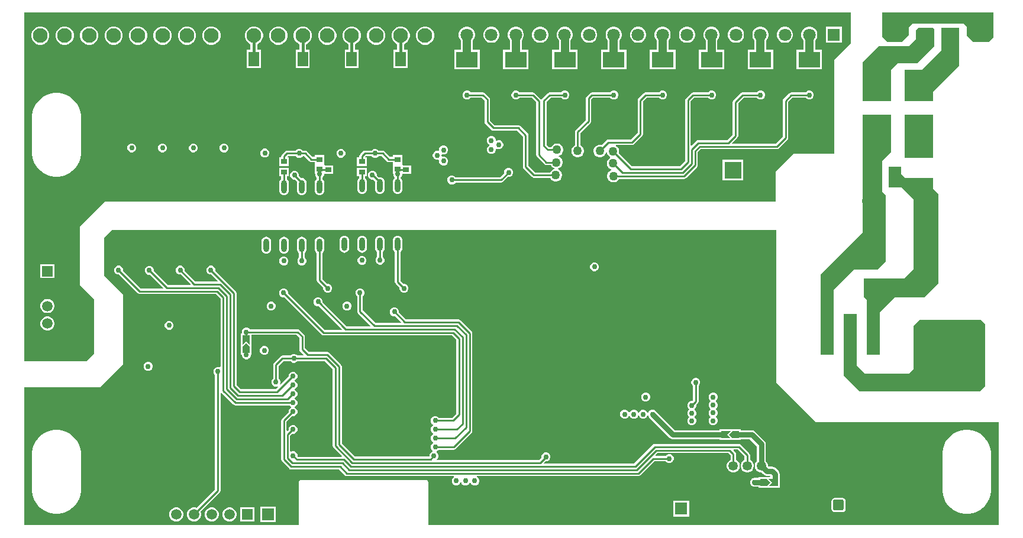
<source format=gbl>
G04*
G04 #@! TF.GenerationSoftware,Altium Limited,Altium Designer,23.1.1 (15)*
G04*
G04 Layer_Physical_Order=4*
G04 Layer_Color=16711680*
%FSLAX44Y44*%
%MOMM*%
G71*
G04*
G04 #@! TF.SameCoordinates,834500F6-C2E4-4EAC-996A-B368302F4D9C*
G04*
G04*
G04 #@! TF.FilePolarity,Positive*
G04*
G01*
G75*
%ADD11C,0.2540*%
%ADD12C,0.7620*%
%ADD44R,0.9000X0.7000*%
%ADD48O,0.8500X1.9000*%
%ADD52R,0.9000X0.8000*%
%ADD122C,0.4318*%
%ADD126C,1.1430*%
%ADD127R,1.5080X1.5080*%
%ADD128C,1.5080*%
%ADD129R,1.7250X1.7250*%
%ADD130C,1.7250*%
%ADD131C,1.3500*%
%ADD132R,1.3500X1.3500*%
%ADD133C,2.3000*%
%ADD134R,2.4750X2.4750*%
%ADD135C,2.4750*%
%ADD136O,3.3000X1.6500*%
G04:AMPARAMS|DCode=137|XSize=1.5mm|YSize=1.5mm|CornerRadius=0.1875mm|HoleSize=0mm|Usage=FLASHONLY|Rotation=180.000|XOffset=0mm|YOffset=0mm|HoleType=Round|Shape=RoundedRectangle|*
%AMROUNDEDRECTD137*
21,1,1.5000,1.1250,0,0,180.0*
21,1,1.1250,1.5000,0,0,180.0*
1,1,0.3750,-0.5625,0.5625*
1,1,0.3750,0.5625,0.5625*
1,1,0.3750,0.5625,-0.5625*
1,1,0.3750,-0.5625,-0.5625*
%
%ADD137ROUNDEDRECTD137*%
%ADD138C,1.5000*%
%ADD139R,1.5000X1.5000*%
%ADD140C,0.3000*%
%ADD141R,2.4750X2.4750*%
%ADD142C,3.6000*%
%ADD143C,1.8000*%
%ADD144R,1.8000X1.8000*%
%ADD145C,2.1000*%
%ADD146C,0.6000*%
%ADD147C,0.7620*%
%ADD148C,1.2700*%
%ADD149R,0.8128X1.0160*%
%ADD150R,1.0160X0.8128*%
%ADD151R,3.1500X2.2500*%
%ADD152R,1.5000X2.1000*%
G36*
X1390650Y702564D02*
X1384046Y695960D01*
X1361440D01*
X1352550Y704850D01*
Y717804D01*
X1348232Y722122D01*
X1274826D01*
X1269492Y716788D01*
Y706374D01*
X1259078Y695960D01*
X1239012D01*
X1231392Y703580D01*
Y737870D01*
X1390650D01*
Y702564D01*
D02*
G37*
G36*
X1306068Y713994D02*
Y689864D01*
X1281684Y665480D01*
X1253490D01*
X1243838Y655828D01*
Y611124D01*
X1203452D01*
Y667004D01*
X1226566Y690118D01*
X1269238D01*
X1279398Y700278D01*
Y712978D01*
X1282700Y716280D01*
X1303782Y716280D01*
X1306068Y713994D01*
D02*
G37*
G36*
X1341628Y662178D02*
X1304544Y625094D01*
X1304544Y610870D01*
X1263904D01*
Y655828D01*
X1288288D01*
X1315720Y683260D01*
Y716280D01*
X1341628D01*
X1341628Y662178D01*
D02*
G37*
G36*
X1304544Y529590D02*
X1263904D01*
Y591820D01*
X1304544D01*
Y529590D01*
D02*
G37*
G36*
X1258316Y506984D02*
X1263904Y501396D01*
X1304544D01*
X1304544Y486156D01*
X1312164Y478536D01*
Y350012D01*
X1292352Y330200D01*
X1248918D01*
X1227582Y308864D01*
Y248158D01*
X1209294D01*
Y326390D01*
X1205484Y330200D01*
Y357124D01*
X1262380D01*
X1276350Y371094D01*
Y470408D01*
X1258824Y487934D01*
X1240790D01*
Y517398D01*
X1258316D01*
Y506984D01*
D02*
G37*
G36*
X1243838Y537972D02*
X1231646Y525780D01*
Y481330D01*
X1236726Y476250D01*
Y381508D01*
X1224788Y369570D01*
X1191006D01*
X1161542Y340106D01*
Y248158D01*
X1143254D01*
Y362966D01*
X1203452Y423164D01*
Y591820D01*
X1243838D01*
Y537972D01*
D02*
G37*
G36*
X1186688Y694182D02*
X1162812Y670306D01*
Y536194D01*
X1104646D01*
X1079246Y510794D01*
Y467360D01*
X118618D01*
X83058Y431800D01*
X83058Y348234D01*
X103632Y327660D01*
Y249682D01*
X92964Y239014D01*
X3810D01*
Y737870D01*
X1186688D01*
Y694182D01*
D02*
G37*
G36*
X1194562Y232664D02*
X1206246Y220980D01*
X1270000D01*
X1276350Y227330D01*
Y289814D01*
X1284478Y297942D01*
X1372870D01*
X1378966Y291846D01*
Y202946D01*
X1371600Y195580D01*
X1199134D01*
X1176274Y218440D01*
Y306578D01*
X1194562D01*
Y232664D01*
D02*
G37*
G36*
X1079500Y208534D02*
X1136904Y151130D01*
X1398270D01*
Y3810D01*
X581540D01*
Y65750D01*
X581343Y66741D01*
X580781Y67581D01*
X579941Y68143D01*
X578950Y68340D01*
X398950D01*
X397959Y68143D01*
X397119Y67581D01*
X396557Y66741D01*
X396360Y65750D01*
Y3810D01*
X3810D01*
Y201422D01*
X112268D01*
X145288Y234442D01*
Y334264D01*
X118364Y361188D01*
Y415798D01*
X128778Y426212D01*
X1079500D01*
Y208534D01*
D02*
G37*
%LPC*%
G36*
X1173590Y717660D02*
X1150510D01*
Y694580D01*
X1173590D01*
Y717660D01*
D02*
G37*
G36*
X1093569D02*
X1090531D01*
X1087596Y716873D01*
X1084964Y715354D01*
X1082816Y713206D01*
X1081296Y710574D01*
X1080510Y707639D01*
Y704601D01*
X1081296Y701666D01*
X1082816Y699034D01*
X1084964Y696886D01*
X1087596Y695367D01*
X1090531Y694580D01*
X1093569D01*
X1096504Y695367D01*
X1099136Y696886D01*
X1101284Y699034D01*
X1102803Y701666D01*
X1103590Y704601D01*
Y707639D01*
X1102803Y710574D01*
X1101284Y713206D01*
X1099136Y715354D01*
X1096504Y716873D01*
X1093569Y717660D01*
D02*
G37*
G36*
X1023569D02*
X1020531D01*
X1017596Y716873D01*
X1014964Y715354D01*
X1012816Y713206D01*
X1011296Y710574D01*
X1010510Y707639D01*
Y704601D01*
X1011296Y701666D01*
X1012816Y699034D01*
X1014964Y696886D01*
X1017596Y695367D01*
X1020531Y694580D01*
X1023569D01*
X1026504Y695367D01*
X1029136Y696886D01*
X1031284Y699034D01*
X1032803Y701666D01*
X1033590Y704601D01*
Y707639D01*
X1032803Y710574D01*
X1031284Y713206D01*
X1029136Y715354D01*
X1026504Y716873D01*
X1023569Y717660D01*
D02*
G37*
G36*
X953569D02*
X950531D01*
X947596Y716873D01*
X944964Y715354D01*
X942816Y713206D01*
X941296Y710574D01*
X940510Y707639D01*
Y704601D01*
X941296Y701666D01*
X942816Y699034D01*
X944964Y696886D01*
X947596Y695367D01*
X950531Y694580D01*
X953569D01*
X956504Y695367D01*
X959136Y696886D01*
X961284Y699034D01*
X962803Y701666D01*
X963590Y704601D01*
Y707639D01*
X962803Y710574D01*
X961284Y713206D01*
X959136Y715354D01*
X956504Y716873D01*
X953569Y717660D01*
D02*
G37*
G36*
X883569D02*
X880531D01*
X877596Y716873D01*
X874964Y715354D01*
X872816Y713206D01*
X871296Y710574D01*
X870510Y707639D01*
Y704601D01*
X871296Y701666D01*
X872816Y699034D01*
X874964Y696886D01*
X877596Y695367D01*
X880531Y694580D01*
X883569D01*
X886504Y695367D01*
X889136Y696886D01*
X891284Y699034D01*
X892803Y701666D01*
X893590Y704601D01*
Y707639D01*
X892803Y710574D01*
X891284Y713206D01*
X889136Y715354D01*
X886504Y716873D01*
X883569Y717660D01*
D02*
G37*
G36*
X813569D02*
X810531D01*
X807596Y716873D01*
X804964Y715354D01*
X802816Y713206D01*
X801296Y710574D01*
X800510Y707639D01*
Y704601D01*
X801296Y701666D01*
X802816Y699034D01*
X804964Y696886D01*
X807596Y695367D01*
X810531Y694580D01*
X813569D01*
X816504Y695367D01*
X819136Y696886D01*
X821284Y699034D01*
X822803Y701666D01*
X823590Y704601D01*
Y707639D01*
X822803Y710574D01*
X821284Y713206D01*
X819136Y715354D01*
X816504Y716873D01*
X813569Y717660D01*
D02*
G37*
G36*
X743569D02*
X740531D01*
X737596Y716873D01*
X734964Y715354D01*
X732816Y713206D01*
X731296Y710574D01*
X730510Y707639D01*
Y704601D01*
X731296Y701666D01*
X732816Y699034D01*
X734964Y696886D01*
X737596Y695367D01*
X740531Y694580D01*
X743569D01*
X746504Y695367D01*
X749136Y696886D01*
X751284Y699034D01*
X752803Y701666D01*
X753590Y704601D01*
Y707639D01*
X752803Y710574D01*
X751284Y713206D01*
X749136Y715354D01*
X746504Y716873D01*
X743569Y717660D01*
D02*
G37*
G36*
X673569D02*
X670531D01*
X667596Y716873D01*
X664964Y715354D01*
X662816Y713206D01*
X661296Y710574D01*
X660510Y707639D01*
Y704601D01*
X661296Y701666D01*
X662816Y699034D01*
X664964Y696886D01*
X667596Y695367D01*
X670531Y694580D01*
X673569D01*
X676504Y695367D01*
X679136Y696886D01*
X681284Y699034D01*
X682803Y701666D01*
X683590Y704601D01*
Y707639D01*
X682803Y710574D01*
X681284Y713206D01*
X679136Y715354D01*
X676504Y716873D01*
X673569Y717660D01*
D02*
G37*
G36*
X578975Y718012D02*
X575541D01*
X572225Y717123D01*
X569251Y715407D01*
X566823Y712979D01*
X565107Y710005D01*
X564218Y706689D01*
Y703255D01*
X565107Y699939D01*
X566823Y696965D01*
X569251Y694537D01*
X572225Y692821D01*
X575541Y691932D01*
X578975D01*
X582291Y692821D01*
X585265Y694537D01*
X587693Y696965D01*
X589409Y699939D01*
X590298Y703255D01*
Y706689D01*
X589409Y710005D01*
X587693Y712979D01*
X585265Y715407D01*
X582291Y717123D01*
X578975Y718012D01*
D02*
G37*
G36*
X508975D02*
X505541D01*
X502225Y717123D01*
X499251Y715407D01*
X496823Y712979D01*
X495107Y710005D01*
X494218Y706689D01*
Y703255D01*
X495107Y699939D01*
X496823Y696965D01*
X499251Y694537D01*
X502225Y692821D01*
X505541Y691932D01*
X508975D01*
X512291Y692821D01*
X515265Y694537D01*
X517693Y696965D01*
X519409Y699939D01*
X520298Y703255D01*
Y706689D01*
X519409Y710005D01*
X517693Y712979D01*
X515265Y715407D01*
X512291Y717123D01*
X508975Y718012D01*
D02*
G37*
G36*
X438975D02*
X435541D01*
X432225Y717123D01*
X429251Y715407D01*
X426823Y712979D01*
X425107Y710005D01*
X424218Y706689D01*
Y703255D01*
X425107Y699939D01*
X426823Y696965D01*
X429251Y694537D01*
X432225Y692821D01*
X435541Y691932D01*
X438975D01*
X442291Y692821D01*
X445265Y694537D01*
X447693Y696965D01*
X449409Y699939D01*
X450298Y703255D01*
Y706689D01*
X449409Y710005D01*
X447693Y712979D01*
X445265Y715407D01*
X442291Y717123D01*
X438975Y718012D01*
D02*
G37*
G36*
X368975D02*
X365541D01*
X362225Y717123D01*
X359251Y715407D01*
X356823Y712979D01*
X355107Y710005D01*
X354218Y706689D01*
Y703255D01*
X355107Y699939D01*
X356823Y696965D01*
X359251Y694537D01*
X362225Y692821D01*
X365541Y691932D01*
X368975D01*
X372291Y692821D01*
X375265Y694537D01*
X377693Y696965D01*
X379409Y699939D01*
X380298Y703255D01*
Y706689D01*
X379409Y710005D01*
X377693Y712979D01*
X375265Y715407D01*
X372291Y717123D01*
X368975Y718012D01*
D02*
G37*
G36*
X273289D02*
X269855D01*
X266539Y717123D01*
X263565Y715407D01*
X261137Y712979D01*
X259421Y710005D01*
X258532Y706689D01*
Y703255D01*
X259421Y699939D01*
X261137Y696965D01*
X263565Y694537D01*
X266539Y692821D01*
X269855Y691932D01*
X273289D01*
X276605Y692821D01*
X279579Y694537D01*
X282007Y696965D01*
X283723Y699939D01*
X284612Y703255D01*
Y706689D01*
X283723Y710005D01*
X282007Y712979D01*
X279579Y715407D01*
X276605Y717123D01*
X273289Y718012D01*
D02*
G37*
G36*
X238289D02*
X234855D01*
X231539Y717123D01*
X228565Y715407D01*
X226137Y712979D01*
X224421Y710005D01*
X223532Y706689D01*
Y703255D01*
X224421Y699939D01*
X226137Y696965D01*
X228565Y694537D01*
X231539Y692821D01*
X234855Y691932D01*
X238289D01*
X241605Y692821D01*
X244579Y694537D01*
X247007Y696965D01*
X248723Y699939D01*
X249612Y703255D01*
Y706689D01*
X248723Y710005D01*
X247007Y712979D01*
X244579Y715407D01*
X241605Y717123D01*
X238289Y718012D01*
D02*
G37*
G36*
X203289D02*
X199855D01*
X196539Y717123D01*
X193565Y715407D01*
X191137Y712979D01*
X189421Y710005D01*
X188532Y706689D01*
Y703255D01*
X189421Y699939D01*
X191137Y696965D01*
X193565Y694537D01*
X196539Y692821D01*
X199855Y691932D01*
X203289D01*
X206605Y692821D01*
X209579Y694537D01*
X212007Y696965D01*
X213723Y699939D01*
X214612Y703255D01*
Y706689D01*
X213723Y710005D01*
X212007Y712979D01*
X209579Y715407D01*
X206605Y717123D01*
X203289Y718012D01*
D02*
G37*
G36*
X168289D02*
X164855D01*
X161539Y717123D01*
X158565Y715407D01*
X156137Y712979D01*
X154421Y710005D01*
X153532Y706689D01*
Y703255D01*
X154421Y699939D01*
X156137Y696965D01*
X158565Y694537D01*
X161539Y692821D01*
X164855Y691932D01*
X168289D01*
X171605Y692821D01*
X174579Y694537D01*
X177007Y696965D01*
X178723Y699939D01*
X179612Y703255D01*
Y706689D01*
X178723Y710005D01*
X177007Y712979D01*
X174579Y715407D01*
X171605Y717123D01*
X168289Y718012D01*
D02*
G37*
G36*
X133289D02*
X129855D01*
X126539Y717123D01*
X123565Y715407D01*
X121137Y712979D01*
X119421Y710005D01*
X118532Y706689D01*
Y703255D01*
X119421Y699939D01*
X121137Y696965D01*
X123565Y694537D01*
X126539Y692821D01*
X129855Y691932D01*
X133289D01*
X136605Y692821D01*
X139579Y694537D01*
X142007Y696965D01*
X143723Y699939D01*
X144612Y703255D01*
Y706689D01*
X143723Y710005D01*
X142007Y712979D01*
X139579Y715407D01*
X136605Y717123D01*
X133289Y718012D01*
D02*
G37*
G36*
X98289D02*
X94855D01*
X91539Y717123D01*
X88565Y715407D01*
X86137Y712979D01*
X84421Y710005D01*
X83532Y706689D01*
Y703255D01*
X84421Y699939D01*
X86137Y696965D01*
X88565Y694537D01*
X91539Y692821D01*
X94855Y691932D01*
X98289D01*
X101605Y692821D01*
X104579Y694537D01*
X107007Y696965D01*
X108723Y699939D01*
X109612Y703255D01*
Y706689D01*
X108723Y710005D01*
X107007Y712979D01*
X104579Y715407D01*
X101605Y717123D01*
X98289Y718012D01*
D02*
G37*
G36*
X63289D02*
X59855D01*
X56539Y717123D01*
X53565Y715407D01*
X51137Y712979D01*
X49421Y710005D01*
X48532Y706689D01*
Y703255D01*
X49421Y699939D01*
X51137Y696965D01*
X53565Y694537D01*
X56539Y692821D01*
X59855Y691932D01*
X63289D01*
X66605Y692821D01*
X69579Y694537D01*
X72007Y696965D01*
X73723Y699939D01*
X74612Y703255D01*
Y706689D01*
X73723Y710005D01*
X72007Y712979D01*
X69579Y715407D01*
X66605Y717123D01*
X63289Y718012D01*
D02*
G37*
G36*
X28289D02*
X24855D01*
X21539Y717123D01*
X18565Y715407D01*
X16137Y712979D01*
X14421Y710005D01*
X13532Y706689D01*
Y703255D01*
X14421Y699939D01*
X16137Y696965D01*
X18565Y694537D01*
X21539Y692821D01*
X24855Y691932D01*
X28289D01*
X31605Y692821D01*
X34579Y694537D01*
X37007Y696965D01*
X38723Y699939D01*
X39612Y703255D01*
Y706689D01*
X38723Y710005D01*
X37007Y712979D01*
X34579Y715407D01*
X31605Y717123D01*
X28289Y718012D01*
D02*
G37*
G36*
X543975D02*
X540541D01*
X537225Y717123D01*
X534251Y715407D01*
X531823Y712979D01*
X530107Y710005D01*
X529218Y706689D01*
Y703255D01*
X530107Y699939D01*
X531823Y696965D01*
X534251Y694537D01*
X537225Y692821D01*
X537467Y692756D01*
Y684534D01*
X532250D01*
Y658454D01*
X552330D01*
Y684534D01*
X547049D01*
Y692756D01*
X547291Y692821D01*
X550265Y694537D01*
X552693Y696965D01*
X554409Y699939D01*
X555298Y703255D01*
Y706689D01*
X554409Y710005D01*
X552693Y712979D01*
X550265Y715407D01*
X547291Y717123D01*
X543975Y718012D01*
D02*
G37*
G36*
X473975D02*
X470541D01*
X467225Y717123D01*
X464251Y715407D01*
X461823Y712979D01*
X460107Y710005D01*
X459218Y706689D01*
Y703255D01*
X460107Y699939D01*
X461823Y696965D01*
X464251Y694537D01*
X467225Y692821D01*
X467467Y692756D01*
Y684534D01*
X462146D01*
Y658454D01*
X482226D01*
Y684534D01*
X477049D01*
Y692756D01*
X477291Y692821D01*
X480265Y694537D01*
X482693Y696965D01*
X484409Y699939D01*
X485298Y703255D01*
Y706689D01*
X484409Y710005D01*
X482693Y712979D01*
X480265Y715407D01*
X477291Y717123D01*
X473975Y718012D01*
D02*
G37*
G36*
X403975D02*
X400541D01*
X397225Y717123D01*
X394251Y715407D01*
X391823Y712979D01*
X390107Y710005D01*
X389218Y706689D01*
Y703255D01*
X390107Y699939D01*
X391823Y696965D01*
X394251Y694537D01*
X397225Y692821D01*
X397467Y692756D01*
Y684534D01*
X392042D01*
Y658454D01*
X412122D01*
Y684534D01*
X407049D01*
Y692756D01*
X407291Y692821D01*
X410265Y694537D01*
X412693Y696965D01*
X414409Y699939D01*
X415298Y703255D01*
Y706689D01*
X414409Y710005D01*
X412693Y712979D01*
X410265Y715407D01*
X407291Y717123D01*
X403975Y718012D01*
D02*
G37*
G36*
X333975D02*
X330541D01*
X327225Y717123D01*
X324251Y715407D01*
X321823Y712979D01*
X320107Y710005D01*
X319218Y706689D01*
Y703255D01*
X320107Y699939D01*
X321823Y696965D01*
X324251Y694537D01*
X327225Y692821D01*
X327467Y692756D01*
Y684534D01*
X322192D01*
Y658454D01*
X342272D01*
Y684534D01*
X337049D01*
Y692756D01*
X337291Y692821D01*
X340265Y694537D01*
X342693Y696965D01*
X344409Y699939D01*
X345298Y703255D01*
Y706689D01*
X344409Y710005D01*
X342693Y712979D01*
X340265Y715407D01*
X337291Y717123D01*
X333975Y718012D01*
D02*
G37*
G36*
X1128569Y717660D02*
X1125531D01*
X1122596Y716873D01*
X1119964Y715354D01*
X1117816Y713206D01*
X1116296Y710574D01*
X1115510Y707639D01*
Y704601D01*
X1116296Y701666D01*
X1117816Y699034D01*
X1118698Y698152D01*
Y684560D01*
X1108708D01*
Y656980D01*
X1145288D01*
Y684560D01*
X1135350D01*
Y698100D01*
X1136284Y699034D01*
X1137803Y701666D01*
X1138590Y704601D01*
Y707639D01*
X1137803Y710574D01*
X1136284Y713206D01*
X1134136Y715354D01*
X1131504Y716873D01*
X1128569Y717660D01*
D02*
G37*
G36*
X1058569D02*
X1055531D01*
X1052596Y716873D01*
X1049964Y715354D01*
X1047816Y713206D01*
X1046296Y710574D01*
X1045510Y707639D01*
Y704601D01*
X1046296Y701666D01*
X1047816Y699034D01*
X1048773Y698077D01*
Y684560D01*
X1038858D01*
Y656980D01*
X1075438D01*
Y684560D01*
X1065425D01*
Y698175D01*
X1066284Y699034D01*
X1067804Y701666D01*
X1068590Y704601D01*
Y707639D01*
X1067804Y710574D01*
X1066284Y713206D01*
X1064136Y715354D01*
X1061504Y716873D01*
X1058569Y717660D01*
D02*
G37*
G36*
X988569D02*
X985531D01*
X982596Y716873D01*
X979964Y715354D01*
X977816Y713206D01*
X976296Y710574D01*
X975510Y707639D01*
Y704601D01*
X976296Y701666D01*
X977816Y699034D01*
X978848Y698002D01*
Y684560D01*
X969008D01*
Y656980D01*
X1005588D01*
Y684560D01*
X995500D01*
Y698250D01*
X996284Y699034D01*
X997803Y701666D01*
X998590Y704601D01*
Y707639D01*
X997803Y710574D01*
X996284Y713206D01*
X994136Y715354D01*
X991504Y716873D01*
X988569Y717660D01*
D02*
G37*
G36*
X918569D02*
X915531D01*
X912596Y716873D01*
X909964Y715354D01*
X907816Y713206D01*
X906296Y710574D01*
X905510Y707639D01*
Y704601D01*
X906296Y701666D01*
X907816Y699034D01*
X908796Y698054D01*
Y684560D01*
X898904D01*
Y656980D01*
X935484D01*
Y684560D01*
X925448D01*
Y698198D01*
X926284Y699034D01*
X927804Y701666D01*
X928590Y704601D01*
Y707639D01*
X927804Y710574D01*
X926284Y713206D01*
X924136Y715354D01*
X921504Y716873D01*
X918569Y717660D01*
D02*
G37*
G36*
X848569D02*
X845531D01*
X842596Y716873D01*
X839964Y715354D01*
X837816Y713206D01*
X836296Y710574D01*
X835510Y707639D01*
Y704601D01*
X836296Y701666D01*
X837816Y699034D01*
X838871Y697979D01*
Y684560D01*
X829054D01*
Y656980D01*
X865634D01*
Y684560D01*
X855523D01*
Y698273D01*
X856284Y699034D01*
X857803Y701666D01*
X858590Y704601D01*
Y707639D01*
X857803Y710574D01*
X856284Y713206D01*
X854136Y715354D01*
X851504Y716873D01*
X848569Y717660D01*
D02*
G37*
G36*
X778569D02*
X775531D01*
X772596Y716873D01*
X769964Y715354D01*
X767816Y713206D01*
X766296Y710574D01*
X765510Y707639D01*
Y704601D01*
X766296Y701666D01*
X767816Y699034D01*
X768819Y698031D01*
Y684560D01*
X758950D01*
Y656980D01*
X795530D01*
Y684560D01*
X785471D01*
Y698221D01*
X786284Y699034D01*
X787804Y701666D01*
X788590Y704601D01*
Y707639D01*
X787804Y710574D01*
X786284Y713206D01*
X784136Y715354D01*
X781504Y716873D01*
X778569Y717660D01*
D02*
G37*
G36*
X708569D02*
X705531D01*
X702596Y716873D01*
X699964Y715354D01*
X697816Y713206D01*
X696296Y710574D01*
X695510Y707639D01*
Y704601D01*
X696296Y701666D01*
X697816Y699034D01*
X698767Y698083D01*
Y684560D01*
X688846D01*
Y656980D01*
X725426D01*
Y684560D01*
X715419D01*
Y698169D01*
X716284Y699034D01*
X717803Y701666D01*
X718590Y704601D01*
Y707639D01*
X717803Y710574D01*
X716284Y713206D01*
X714136Y715354D01*
X711504Y716873D01*
X708569Y717660D01*
D02*
G37*
G36*
X638569D02*
X635531D01*
X632596Y716873D01*
X629964Y715354D01*
X627816Y713206D01*
X626297Y710574D01*
X625510Y707639D01*
Y704601D01*
X626297Y701666D01*
X627816Y699034D01*
X628842Y698008D01*
Y684560D01*
X618996D01*
Y656980D01*
X655576D01*
Y684560D01*
X645494D01*
Y698244D01*
X646284Y699034D01*
X647804Y701666D01*
X648590Y704601D01*
Y707639D01*
X647804Y710574D01*
X646284Y713206D01*
X644136Y715354D01*
X641504Y716873D01*
X638569Y717660D01*
D02*
G37*
G36*
X778503Y626110D02*
X775977D01*
X773643Y625143D01*
X772144Y623645D01*
X755396D01*
X753909Y623349D01*
X752649Y622507D01*
X744521Y614379D01*
X744306Y614057D01*
X743394Y613936D01*
X742754Y614020D01*
X734267Y622507D01*
X733007Y623349D01*
X731520Y623645D01*
X712232D01*
X710733Y625143D01*
X708399Y626110D01*
X705873D01*
X703539Y625143D01*
X701753Y623357D01*
X700786Y621023D01*
Y618497D01*
X701753Y616163D01*
X703539Y614377D01*
X705873Y613410D01*
X708399D01*
X710733Y614377D01*
X712232Y615875D01*
X729911D01*
X736271Y609515D01*
Y534162D01*
X736567Y532675D01*
X737409Y531415D01*
X748077Y520747D01*
X749337Y519905D01*
X750824Y519609D01*
X757026D01*
X757934Y518035D01*
X759589Y516380D01*
X761617Y515210D01*
X761991Y515109D01*
Y513795D01*
X760855Y513490D01*
X758827Y512320D01*
X757172Y510665D01*
X756264Y509091D01*
X734653D01*
X724991Y518753D01*
Y562356D01*
X724695Y563843D01*
X723853Y565103D01*
X713439Y575517D01*
X712179Y576359D01*
X710692Y576655D01*
X676741D01*
X670127Y583269D01*
Y613664D01*
X669831Y615151D01*
X668989Y616411D01*
X662893Y622507D01*
X661633Y623349D01*
X660146Y623645D01*
X642382D01*
X640883Y625143D01*
X638549Y626110D01*
X636023D01*
X633689Y625143D01*
X631903Y623357D01*
X630936Y621023D01*
Y618497D01*
X631903Y616163D01*
X633689Y614377D01*
X636023Y613410D01*
X638549D01*
X640883Y614377D01*
X642382Y615875D01*
X658537D01*
X662357Y612055D01*
Y581660D01*
X662653Y580173D01*
X663495Y578913D01*
X672385Y570023D01*
X673645Y569181D01*
X675132Y568885D01*
X709083D01*
X717221Y560747D01*
Y517144D01*
X717517Y515657D01*
X718359Y514397D01*
X730297Y502459D01*
X731557Y501617D01*
X733044Y501321D01*
X756264D01*
X757172Y499747D01*
X758827Y498092D01*
X760855Y496922D01*
X763116Y496316D01*
X765456D01*
X767717Y496922D01*
X769745Y498092D01*
X771400Y499747D01*
X772570Y501775D01*
X773176Y504036D01*
Y506376D01*
X772570Y508637D01*
X771400Y510665D01*
X769745Y512320D01*
X767717Y513490D01*
X767343Y513591D01*
Y514905D01*
X768479Y515210D01*
X770507Y516380D01*
X772162Y518035D01*
X773332Y520063D01*
X773938Y522324D01*
Y524664D01*
X773332Y526925D01*
X772162Y528953D01*
X770507Y530608D01*
X768623Y531695D01*
X768556Y532201D01*
X768706Y533032D01*
X769495Y533244D01*
X771523Y534414D01*
X773178Y536069D01*
X774348Y538097D01*
X774954Y540358D01*
Y542698D01*
X774348Y544959D01*
X773178Y546987D01*
X771523Y548642D01*
X769495Y549812D01*
X767234Y550418D01*
X764894D01*
X762633Y549812D01*
X760605Y548642D01*
X758950Y546987D01*
X758042Y545413D01*
X754465D01*
X751153Y548725D01*
Y610023D01*
X757005Y615875D01*
X772144D01*
X773643Y614377D01*
X775977Y613410D01*
X778503D01*
X780837Y614377D01*
X782623Y616163D01*
X783590Y618497D01*
Y621023D01*
X782623Y623357D01*
X780837Y625143D01*
X778503Y626110D01*
D02*
G37*
G36*
X1128261D02*
X1125735D01*
X1123401Y625143D01*
X1121902Y623645D01*
X1101344D01*
X1099857Y623349D01*
X1098597Y622507D01*
X1090215Y614125D01*
X1089373Y612865D01*
X1089077Y611378D01*
Y560409D01*
X1078907Y550239D01*
X1017132D01*
X1016646Y551412D01*
X1024081Y558847D01*
X1024923Y560107D01*
X1025219Y561594D01*
Y608245D01*
X1032849Y615875D01*
X1052052D01*
X1053551Y614377D01*
X1055885Y613410D01*
X1058411D01*
X1060745Y614377D01*
X1062531Y616163D01*
X1063498Y618497D01*
Y621023D01*
X1062531Y623357D01*
X1060745Y625143D01*
X1058411Y626110D01*
X1055885D01*
X1053551Y625143D01*
X1052052Y623645D01*
X1031240D01*
X1029753Y623349D01*
X1028493Y622507D01*
X1018587Y612601D01*
X1017745Y611341D01*
X1017449Y609854D01*
Y563203D01*
X1009565Y555319D01*
X968248D01*
X966761Y555023D01*
X965501Y554181D01*
X958574Y547254D01*
X957401Y547740D01*
Y611039D01*
X962237Y615875D01*
X982202D01*
X983701Y614377D01*
X986035Y613410D01*
X988561D01*
X990895Y614377D01*
X992681Y616163D01*
X993648Y618497D01*
Y621023D01*
X992681Y623357D01*
X990895Y625143D01*
X988561Y626110D01*
X986035D01*
X983701Y625143D01*
X982202Y623645D01*
X960628D01*
X959141Y623349D01*
X957881Y622507D01*
X950769Y615395D01*
X949927Y614135D01*
X949631Y612648D01*
Y525247D01*
X942111Y517727D01*
X873083D01*
X854494Y536316D01*
X854964Y538072D01*
Y540412D01*
X854358Y542673D01*
X853188Y544701D01*
X851533Y546356D01*
X850345Y547041D01*
X850685Y548311D01*
X873506D01*
X874993Y548607D01*
X876253Y549449D01*
X887937Y561133D01*
X888779Y562393D01*
X889075Y563880D01*
Y610785D01*
X894165Y615875D01*
X912098D01*
X913597Y614377D01*
X915931Y613410D01*
X918457D01*
X920791Y614377D01*
X922577Y616163D01*
X923544Y618497D01*
Y621023D01*
X922577Y623357D01*
X920791Y625143D01*
X918457Y626110D01*
X915931D01*
X913597Y625143D01*
X912098Y623645D01*
X892556D01*
X891069Y623349D01*
X889809Y622507D01*
X882443Y615141D01*
X881601Y613881D01*
X881305Y612394D01*
Y565489D01*
X871897Y556081D01*
X839724D01*
X838237Y555785D01*
X836977Y554943D01*
X830204Y548170D01*
X828448Y548640D01*
X826108D01*
X823847Y548034D01*
X821819Y546864D01*
X820164Y545209D01*
X818994Y543181D01*
X818388Y540920D01*
Y538580D01*
X818994Y536319D01*
X820164Y534291D01*
X821819Y532636D01*
X823847Y531466D01*
X826108Y530860D01*
X828448D01*
X830709Y531466D01*
X832737Y532636D01*
X834392Y534291D01*
X835562Y536319D01*
X835970Y537842D01*
X837265Y537768D01*
X837790Y535811D01*
X838960Y533783D01*
X840615Y532128D01*
X842109Y531266D01*
X842173Y529836D01*
X840869Y529084D01*
X839214Y527429D01*
X838044Y525401D01*
X837438Y523140D01*
Y520800D01*
X838044Y518539D01*
X839214Y516511D01*
X840869Y514856D01*
X842897Y513686D01*
X843906Y513415D01*
Y512100D01*
X843405Y511966D01*
X841377Y510796D01*
X839722Y509141D01*
X838552Y507113D01*
X837946Y504852D01*
Y502512D01*
X838552Y500251D01*
X839722Y498223D01*
X841377Y496568D01*
X843405Y495398D01*
X845666Y494792D01*
X848006D01*
X850267Y495398D01*
X852295Y496568D01*
X853950Y498223D01*
X854858Y499797D01*
X947928D01*
X949415Y500093D01*
X950675Y500935D01*
X966423Y516683D01*
X967265Y517943D01*
X967561Y519430D01*
Y538069D01*
X971961Y542469D01*
X1080516D01*
X1082003Y542765D01*
X1083263Y543607D01*
X1095709Y556053D01*
X1096551Y557313D01*
X1096847Y558800D01*
Y609769D01*
X1102953Y615875D01*
X1121902D01*
X1123401Y614377D01*
X1125735Y613410D01*
X1128261D01*
X1130595Y614377D01*
X1132381Y616163D01*
X1133348Y618497D01*
Y621023D01*
X1132381Y623357D01*
X1130595Y625143D01*
X1128261Y626110D01*
D02*
G37*
G36*
X848607D02*
X846081D01*
X843747Y625143D01*
X842248Y623645D01*
X815848D01*
X814361Y623349D01*
X813101Y622507D01*
X808529Y617935D01*
X807687Y616675D01*
X807391Y615188D01*
Y584285D01*
X792781Y569675D01*
X791939Y568415D01*
X791643Y566928D01*
Y547772D01*
X790069Y546864D01*
X788414Y545209D01*
X787244Y543181D01*
X786638Y540920D01*
Y538580D01*
X787244Y536319D01*
X788414Y534291D01*
X790069Y532636D01*
X792097Y531466D01*
X794358Y530860D01*
X796698D01*
X798959Y531466D01*
X800987Y532636D01*
X802642Y534291D01*
X803812Y536319D01*
X804418Y538580D01*
Y540920D01*
X803812Y543181D01*
X802642Y545209D01*
X800987Y546864D01*
X799413Y547772D01*
Y565319D01*
X814023Y579929D01*
X814865Y581189D01*
X815161Y582676D01*
Y613579D01*
X817457Y615875D01*
X842248D01*
X843747Y614377D01*
X846081Y613410D01*
X848607D01*
X850941Y614377D01*
X852727Y616163D01*
X853694Y618497D01*
Y621023D01*
X852727Y623357D01*
X850941Y625143D01*
X848607Y626110D01*
D02*
G37*
G36*
X673347Y561086D02*
X670821D01*
X668487Y560119D01*
X666701Y558333D01*
X665734Y555999D01*
Y553473D01*
X666701Y551139D01*
X668487Y549353D01*
X669468Y548946D01*
Y547572D01*
X668487Y547165D01*
X666701Y545379D01*
X665734Y543045D01*
Y540519D01*
X666701Y538185D01*
X668487Y536399D01*
X670821Y535432D01*
X673347D01*
X675681Y536399D01*
X677467Y538185D01*
X678434Y540519D01*
Y542285D01*
X678476Y542342D01*
X679704Y543029D01*
X681489Y542290D01*
X684015D01*
X686349Y543257D01*
X688135Y545043D01*
X689102Y547377D01*
Y549903D01*
X688135Y552237D01*
X686349Y554023D01*
X684015Y554990D01*
X681489D01*
X679704Y554251D01*
X678476Y554938D01*
X678434Y554995D01*
Y555999D01*
X677467Y558333D01*
X675681Y560119D01*
X673347Y561086D01*
D02*
G37*
G36*
X605021Y547624D02*
X602495D01*
X600161Y546657D01*
X598375Y544871D01*
X597408Y542537D01*
Y540490D01*
X596323Y539566D01*
X595877Y539750D01*
X593351D01*
X591017Y538783D01*
X589231Y536997D01*
X588264Y534663D01*
Y532137D01*
X589231Y529803D01*
X591017Y528017D01*
X593351Y527050D01*
X595877D01*
X596450Y527287D01*
X597408Y526310D01*
Y524009D01*
X598375Y521675D01*
X600161Y519889D01*
X602495Y518922D01*
X605021D01*
X607355Y519889D01*
X609141Y521675D01*
X610108Y524009D01*
Y526535D01*
X609141Y528869D01*
X607355Y530655D01*
X605021Y531622D01*
X602495D01*
X601922Y531385D01*
X600964Y532363D01*
Y534184D01*
X602049Y535108D01*
X602495Y534924D01*
X605021D01*
X607355Y535891D01*
X609141Y537677D01*
X610108Y540011D01*
Y542537D01*
X609141Y544871D01*
X607355Y546657D01*
X605021Y547624D01*
D02*
G37*
G36*
X246983Y550514D02*
X244457D01*
X242123Y549547D01*
X240337Y547761D01*
X239370Y545427D01*
Y542901D01*
X240337Y540567D01*
X242123Y538781D01*
X244457Y537814D01*
X246983D01*
X249317Y538781D01*
X251103Y540567D01*
X252070Y542901D01*
Y545427D01*
X251103Y547761D01*
X249317Y549547D01*
X246983Y550514D01*
D02*
G37*
G36*
X202787Y550489D02*
X200261D01*
X197927Y549522D01*
X196141Y547736D01*
X195174Y545402D01*
Y542876D01*
X196141Y540542D01*
X197927Y538756D01*
X200261Y537789D01*
X202787D01*
X205121Y538756D01*
X206907Y540542D01*
X207874Y542876D01*
Y545402D01*
X206907Y547736D01*
X205121Y549522D01*
X202787Y550489D01*
D02*
G37*
G36*
X158845D02*
X156319D01*
X153985Y549522D01*
X152199Y547736D01*
X151232Y545402D01*
Y542876D01*
X152199Y540542D01*
X153985Y538756D01*
X156319Y537789D01*
X158845D01*
X161179Y538756D01*
X162965Y540542D01*
X163932Y542876D01*
Y545402D01*
X162965Y547736D01*
X161179Y549522D01*
X158845Y550489D01*
D02*
G37*
G36*
X290925Y550455D02*
X288399D01*
X286065Y549488D01*
X284279Y547702D01*
X283312Y545368D01*
Y542842D01*
X284279Y540508D01*
X286065Y538722D01*
X288399Y537755D01*
X290925D01*
X293259Y538722D01*
X295045Y540508D01*
X296012Y542842D01*
Y545368D01*
X295045Y547702D01*
X293259Y549488D01*
X290925Y550455D01*
D02*
G37*
G36*
X349243Y543052D02*
X346717D01*
X344383Y542085D01*
X342597Y540299D01*
X341630Y537965D01*
Y535439D01*
X342597Y533105D01*
X344383Y531319D01*
X346717Y530352D01*
X349243D01*
X351577Y531319D01*
X353363Y533105D01*
X354330Y535439D01*
Y537965D01*
X353363Y540299D01*
X351577Y542085D01*
X349243Y543052D01*
D02*
G37*
G36*
X457955Y542798D02*
X455429D01*
X453095Y541831D01*
X451309Y540045D01*
X450342Y537711D01*
Y535185D01*
X451309Y532851D01*
X453095Y531065D01*
X455429Y530098D01*
X457955D01*
X460289Y531065D01*
X462075Y532851D01*
X463042Y535185D01*
Y537711D01*
X462075Y540045D01*
X460289Y541831D01*
X457955Y542798D01*
D02*
G37*
G36*
X52539Y622758D02*
X47029D01*
X41588Y621896D01*
X36349Y620194D01*
X31440Y617693D01*
X26983Y614454D01*
X23087Y610559D01*
X19849Y606102D01*
X17348Y601193D01*
X15646Y595954D01*
X14784Y590513D01*
Y587758D01*
X14784Y537758D01*
X14784Y535003D01*
X15646Y529562D01*
X17348Y524323D01*
X19849Y519414D01*
X23087Y514957D01*
X26983Y511062D01*
X31440Y507823D01*
X36349Y505322D01*
X41588Y503620D01*
X47029Y502758D01*
X52539D01*
X57980Y503620D01*
X63219Y505322D01*
X68128Y507823D01*
X72585Y511062D01*
X76480Y514957D01*
X79719Y519414D01*
X82220Y524323D01*
X83922Y529562D01*
X84784Y535003D01*
Y537758D01*
X84784Y587758D01*
Y590513D01*
X83922Y595954D01*
X82220Y601193D01*
X79719Y606102D01*
X76480Y610559D01*
X72585Y614454D01*
X68128Y617693D01*
X63219Y620194D01*
X57980Y621896D01*
X52539Y622758D01*
D02*
G37*
G36*
X697985Y515366D02*
X695459D01*
X693125Y514399D01*
X691339Y512613D01*
X690372Y510279D01*
Y508160D01*
X684445Y502233D01*
X620538D01*
X619039Y503731D01*
X616705Y504698D01*
X614179D01*
X611845Y503731D01*
X610059Y501945D01*
X609092Y499611D01*
Y497085D01*
X610059Y494751D01*
X611845Y492965D01*
X614179Y491998D01*
X616705D01*
X619039Y492965D01*
X620538Y494463D01*
X686054D01*
X687541Y494759D01*
X688801Y495601D01*
X695866Y502666D01*
X697985D01*
X700319Y503633D01*
X702105Y505419D01*
X703072Y507753D01*
Y510279D01*
X702105Y512613D01*
X700319Y514399D01*
X697985Y515366D01*
D02*
G37*
G36*
X1032463Y527233D02*
X1002633D01*
Y497403D01*
X1032463D01*
Y527233D01*
D02*
G37*
G36*
X506977Y542798D02*
X504451D01*
X502117Y541831D01*
X500618Y540333D01*
X490982D01*
X489495Y540037D01*
X488235Y539195D01*
X484171Y535131D01*
X483329Y533871D01*
X483033Y532384D01*
Y530430D01*
X479878D01*
Y518350D01*
X493958D01*
Y530430D01*
X492254D01*
X491728Y531700D01*
X492591Y532563D01*
X500618D01*
X502117Y531065D01*
X504451Y530098D01*
X506977D01*
X509311Y531065D01*
X510810Y532563D01*
X515027D01*
X522637Y524953D01*
X523898Y524111D01*
X525384Y523815D01*
X530932D01*
Y521510D01*
X530932Y521160D01*
Y520240D01*
X530932Y519890D01*
Y507160D01*
X531876D01*
Y505467D01*
X532843Y503133D01*
X533922Y502054D01*
X533863Y500711D01*
X533129Y500149D01*
X532041Y498730D01*
X531357Y497079D01*
X531123Y495306D01*
Y484806D01*
X531357Y483033D01*
X532041Y481382D01*
X533129Y479963D01*
X534548Y478875D01*
X536199Y478191D01*
X537972Y477957D01*
X539744Y478191D01*
X541396Y478875D01*
X542815Y479963D01*
X543903Y481382D01*
X544587Y483033D01*
X544821Y484806D01*
Y495306D01*
X544587Y497079D01*
X543903Y498730D01*
X542815Y500149D01*
X542511Y500382D01*
X542423Y501947D01*
X543609Y503133D01*
X544576Y505467D01*
Y507160D01*
X557204D01*
Y519240D01*
X545910D01*
X545012Y520138D01*
X545012Y521160D01*
X545012Y521510D01*
Y534240D01*
X530932D01*
Y531585D01*
X526993D01*
X519383Y539195D01*
X518123Y540037D01*
X516636Y540333D01*
X510810D01*
X509311Y541831D01*
X506977Y542798D01*
D02*
G37*
G36*
X503167Y511556D02*
X500641D01*
X498307Y510589D01*
X496521Y508803D01*
X495554Y506469D01*
Y503943D01*
X496521Y501609D01*
X498307Y499823D01*
X500641Y498856D01*
X503144D01*
X505836Y496164D01*
X505723Y495306D01*
Y484806D01*
X505957Y483033D01*
X506641Y481382D01*
X507729Y479963D01*
X509148Y478875D01*
X510799Y478191D01*
X512572Y477957D01*
X514344Y478191D01*
X515996Y478875D01*
X517415Y479963D01*
X518503Y481382D01*
X519187Y483033D01*
X519421Y484806D01*
Y495306D01*
X519187Y497079D01*
X518503Y498730D01*
X517415Y500149D01*
X515996Y501237D01*
X514344Y501921D01*
X512572Y502155D01*
X511035Y501952D01*
X508254Y504734D01*
Y506469D01*
X507287Y508803D01*
X505501Y510589D01*
X503167Y511556D01*
D02*
G37*
G36*
X493958Y515430D02*
X479878D01*
Y503350D01*
X483287D01*
Y500884D01*
X482329Y500149D01*
X481241Y498730D01*
X480557Y497079D01*
X480323Y495306D01*
Y484806D01*
X480557Y483033D01*
X481241Y481382D01*
X482329Y479963D01*
X483748Y478875D01*
X485400Y478191D01*
X487172Y477957D01*
X488945Y478191D01*
X490596Y478875D01*
X492015Y479963D01*
X493103Y481382D01*
X493787Y483033D01*
X494021Y484806D01*
Y495306D01*
X493787Y497079D01*
X493103Y498730D01*
X492015Y500149D01*
X491057Y500884D01*
Y503350D01*
X493958D01*
Y515430D01*
D02*
G37*
G36*
X398265Y542798D02*
X395739D01*
X393405Y541831D01*
X391906Y540333D01*
X379730D01*
X378243Y540037D01*
X376983Y539195D01*
X372665Y534877D01*
X371823Y533617D01*
X371527Y532130D01*
Y530430D01*
X368372D01*
Y518350D01*
X382452D01*
Y530430D01*
X381002D01*
X380476Y531700D01*
X381339Y532563D01*
X391906D01*
X393405Y531065D01*
X395739Y530098D01*
X398265D01*
X400599Y531065D01*
X402098Y532563D01*
X404283D01*
X411893Y524953D01*
X413153Y524111D01*
X414640Y523815D01*
X419172D01*
Y521510D01*
X419172Y521160D01*
Y520240D01*
X419172Y519890D01*
Y507160D01*
X419862D01*
Y505467D01*
X420829Y503133D01*
X422327Y501634D01*
Y499614D01*
X421369Y498879D01*
X420281Y497460D01*
X419597Y495808D01*
X419363Y494036D01*
Y483536D01*
X419597Y481763D01*
X420281Y480112D01*
X421369Y478693D01*
X422788Y477605D01*
X424440Y476921D01*
X426212Y476687D01*
X427985Y476921D01*
X429636Y477605D01*
X431055Y478693D01*
X432143Y480112D01*
X432827Y481763D01*
X433061Y483536D01*
Y494036D01*
X432827Y495808D01*
X432143Y497460D01*
X431055Y498879D01*
X430097Y499614D01*
Y501634D01*
X431595Y503133D01*
X432562Y505467D01*
Y507160D01*
X445698D01*
Y519240D01*
X434150D01*
X433252Y520138D01*
X433252Y521160D01*
X433252Y521510D01*
Y534240D01*
X419172D01*
Y531585D01*
X416249D01*
X408639Y539195D01*
X407379Y540037D01*
X405892Y540333D01*
X402098D01*
X400599Y541831D01*
X398265Y542798D01*
D02*
G37*
G36*
X391787Y511556D02*
X389261D01*
X386927Y510589D01*
X385141Y508803D01*
X384174Y506469D01*
Y503943D01*
X385141Y501609D01*
X386927Y499823D01*
X389261Y498856D01*
X390939D01*
X394172Y495623D01*
X393963Y494036D01*
Y483536D01*
X394197Y481763D01*
X394881Y480112D01*
X395969Y478693D01*
X397388Y477605D01*
X399039Y476921D01*
X400812Y476687D01*
X402584Y476921D01*
X404236Y477605D01*
X405655Y478693D01*
X406743Y480112D01*
X407427Y481763D01*
X407661Y483536D01*
Y494036D01*
X407427Y495808D01*
X406743Y497460D01*
X405655Y498879D01*
X404236Y499967D01*
X402584Y500651D01*
X400812Y500885D01*
X400005Y500778D01*
X396864Y503919D01*
X396874Y503943D01*
Y506469D01*
X395908Y508803D01*
X394121Y510589D01*
X391787Y511556D01*
D02*
G37*
G36*
X382452Y515430D02*
X368372D01*
Y503350D01*
X371527D01*
Y499614D01*
X370569Y498879D01*
X369481Y497460D01*
X368797Y495808D01*
X368563Y494036D01*
Y483536D01*
X368797Y481763D01*
X369481Y480112D01*
X370569Y478693D01*
X371988Y477605D01*
X373639Y476921D01*
X375412Y476687D01*
X377184Y476921D01*
X378836Y477605D01*
X380255Y478693D01*
X381343Y480112D01*
X382027Y481763D01*
X382261Y483536D01*
Y494036D01*
X382027Y495808D01*
X381343Y497460D01*
X380255Y498879D01*
X379297Y499614D01*
Y503350D01*
X382452D01*
Y515430D01*
D02*
G37*
G36*
X46830Y377780D02*
X26670D01*
Y357620D01*
X46830D01*
Y377780D01*
D02*
G37*
G36*
X38077Y327780D02*
X35423D01*
X32859Y327093D01*
X30561Y325766D01*
X28684Y323889D01*
X27357Y321591D01*
X26670Y319027D01*
Y316373D01*
X27357Y313809D01*
X28684Y311511D01*
X30561Y309634D01*
X32859Y308307D01*
X35423Y307620D01*
X38077D01*
X40641Y308307D01*
X42939Y309634D01*
X44816Y311511D01*
X46143Y313809D01*
X46830Y316373D01*
Y319027D01*
X46143Y321591D01*
X44816Y323889D01*
X42939Y325766D01*
X40641Y327093D01*
X38077Y327780D01*
D02*
G37*
G36*
Y302780D02*
X35423D01*
X32859Y302093D01*
X30561Y300766D01*
X28684Y298889D01*
X27357Y296591D01*
X26670Y294027D01*
Y291373D01*
X27357Y288809D01*
X28684Y286511D01*
X30561Y284634D01*
X32859Y283307D01*
X35423Y282620D01*
X38077D01*
X40641Y283307D01*
X42939Y284634D01*
X44816Y286511D01*
X46143Y288809D01*
X46830Y291373D01*
Y294027D01*
X46143Y296591D01*
X44816Y298889D01*
X42939Y300766D01*
X40641Y302093D01*
X38077Y302780D01*
D02*
G37*
G36*
X487172Y418155D02*
X485400Y417921D01*
X483748Y417237D01*
X482329Y416149D01*
X481241Y414730D01*
X480557Y413078D01*
X480323Y411306D01*
Y400806D01*
X480557Y399034D01*
X481241Y397382D01*
X482329Y395963D01*
X483748Y394875D01*
X485400Y394191D01*
X487172Y393957D01*
X488945Y394191D01*
X490596Y394875D01*
X492015Y395963D01*
X493103Y397382D01*
X493787Y399034D01*
X494021Y400806D01*
Y411306D01*
X493787Y413078D01*
X493103Y414730D01*
X492015Y416149D01*
X490596Y417237D01*
X488945Y417921D01*
X487172Y418155D01*
D02*
G37*
G36*
X461772D02*
X460000Y417921D01*
X458348Y417237D01*
X456929Y416149D01*
X455841Y414730D01*
X455157Y413078D01*
X454923Y411306D01*
Y400806D01*
X455157Y399034D01*
X455841Y397382D01*
X456929Y395963D01*
X458348Y394875D01*
X460000Y394191D01*
X461772Y393957D01*
X463545Y394191D01*
X465196Y394875D01*
X466615Y395963D01*
X467703Y397382D01*
X468387Y399034D01*
X468621Y400806D01*
Y411306D01*
X468387Y413078D01*
X467703Y414730D01*
X466615Y416149D01*
X465196Y417237D01*
X463545Y417921D01*
X461772Y418155D01*
D02*
G37*
G36*
X375412Y416885D02*
X373639Y416651D01*
X371988Y415967D01*
X370569Y414879D01*
X369481Y413460D01*
X368797Y411809D01*
X368563Y410036D01*
Y399536D01*
X368797Y397763D01*
X369481Y396112D01*
X370569Y394693D01*
X371988Y393605D01*
X373639Y392921D01*
X375412Y392687D01*
X377184Y392921D01*
X378836Y393605D01*
X380255Y394693D01*
X381343Y396112D01*
X382027Y397763D01*
X382261Y399536D01*
Y410036D01*
X382027Y411809D01*
X381343Y413460D01*
X380255Y414879D01*
X378836Y415967D01*
X377184Y416651D01*
X375412Y416885D01*
D02*
G37*
G36*
X350012D02*
X348240Y416651D01*
X346588Y415967D01*
X345169Y414879D01*
X344081Y413460D01*
X343397Y411809D01*
X343163Y410036D01*
Y399536D01*
X343397Y397763D01*
X344081Y396112D01*
X345169Y394693D01*
X346588Y393605D01*
X348240Y392921D01*
X350012Y392687D01*
X351785Y392921D01*
X353436Y393605D01*
X354855Y394693D01*
X355943Y396112D01*
X356627Y397763D01*
X356861Y399536D01*
Y410036D01*
X356627Y411809D01*
X355943Y413460D01*
X354855Y414879D01*
X353436Y415967D01*
X351785Y416651D01*
X350012Y416885D01*
D02*
G37*
G36*
X512572Y418155D02*
X510799Y417921D01*
X509148Y417237D01*
X507729Y416149D01*
X506641Y414730D01*
X505957Y413078D01*
X505723Y411306D01*
Y400806D01*
X505957Y399034D01*
X506641Y397382D01*
X507729Y395963D01*
X508687Y395228D01*
Y388382D01*
X507189Y386883D01*
X506222Y384549D01*
Y382023D01*
X507189Y379689D01*
X508975Y377903D01*
X511309Y376936D01*
X513835D01*
X516169Y377903D01*
X517955Y379689D01*
X518922Y382023D01*
Y384549D01*
X517955Y386883D01*
X516457Y388382D01*
Y395228D01*
X517415Y395963D01*
X518503Y397382D01*
X519187Y399034D01*
X519421Y400806D01*
Y411306D01*
X519187Y413078D01*
X518503Y414730D01*
X517415Y416149D01*
X515996Y417237D01*
X514344Y417921D01*
X512572Y418155D01*
D02*
G37*
G36*
X488302Y389440D02*
X485776D01*
X483442Y388473D01*
X481656Y386687D01*
X480689Y384353D01*
Y381826D01*
X481656Y379492D01*
X483442Y377706D01*
X485776Y376740D01*
X488302D01*
X490636Y377706D01*
X492422Y379492D01*
X493389Y381826D01*
Y384353D01*
X492422Y386687D01*
X490636Y388473D01*
X488302Y389440D01*
D02*
G37*
G36*
X400812Y416885D02*
X399039Y416651D01*
X397388Y415967D01*
X395969Y414879D01*
X394881Y413460D01*
X394197Y411809D01*
X393963Y410036D01*
Y399536D01*
X394197Y397763D01*
X394881Y396112D01*
X395969Y394693D01*
X396927Y393958D01*
Y387366D01*
X395429Y385867D01*
X394462Y383533D01*
Y381007D01*
X395429Y378673D01*
X397215Y376887D01*
X399549Y375920D01*
X402075D01*
X404409Y376887D01*
X406195Y378673D01*
X407162Y381007D01*
Y383533D01*
X406195Y385867D01*
X404697Y387366D01*
Y393958D01*
X405655Y394693D01*
X406743Y396112D01*
X407427Y397763D01*
X407661Y399536D01*
Y410036D01*
X407427Y411809D01*
X406743Y413460D01*
X405655Y414879D01*
X404236Y415967D01*
X402584Y416651D01*
X400812Y416885D01*
D02*
G37*
G36*
X376421Y388620D02*
X373895D01*
X371561Y387653D01*
X369775Y385867D01*
X368808Y383533D01*
Y381007D01*
X369775Y378673D01*
X371561Y376887D01*
X373895Y375920D01*
X376421D01*
X378755Y376887D01*
X380541Y378673D01*
X381508Y381007D01*
Y383533D01*
X380541Y385867D01*
X378755Y387653D01*
X376421Y388620D01*
D02*
G37*
G36*
X821028Y380345D02*
X818502D01*
X816168Y379378D01*
X814382Y377592D01*
X813415Y375258D01*
Y372731D01*
X814382Y370397D01*
X816168Y368611D01*
X818502Y367645D01*
X821028D01*
X823362Y368611D01*
X825148Y370397D01*
X826115Y372731D01*
Y375258D01*
X825148Y377592D01*
X823362Y379378D01*
X821028Y380345D01*
D02*
G37*
G36*
X272027Y375412D02*
X269501D01*
X267167Y374445D01*
X265381Y372659D01*
X264414Y370325D01*
Y367799D01*
X265381Y365465D01*
X267167Y363679D01*
X269501Y362712D01*
X271620D01*
X280441Y353891D01*
X279955Y352718D01*
X248660D01*
X233172Y368206D01*
Y370325D01*
X232205Y372659D01*
X230419Y374445D01*
X228085Y375412D01*
X225559D01*
X223225Y374445D01*
X221439Y372659D01*
X220472Y370325D01*
Y367799D01*
X221439Y365465D01*
X223225Y363679D01*
X225559Y362712D01*
X227678D01*
X241579Y348811D01*
X241093Y347638D01*
X209290D01*
X188976Y367952D01*
Y370071D01*
X188009Y372405D01*
X186223Y374191D01*
X183889Y375158D01*
X181363D01*
X179029Y374191D01*
X177243Y372405D01*
X176276Y370071D01*
Y367545D01*
X177243Y365211D01*
X179029Y363425D01*
X181363Y362458D01*
X183482D01*
X202209Y343731D01*
X201723Y342558D01*
X170682D01*
X145034Y368206D01*
Y370325D01*
X144067Y372659D01*
X142281Y374445D01*
X139947Y375412D01*
X137421D01*
X135087Y374445D01*
X133301Y372659D01*
X132334Y370325D01*
Y367799D01*
X133301Y365465D01*
X135087Y363679D01*
X137421Y362712D01*
X139540D01*
X166326Y335926D01*
X167586Y335084D01*
X169073Y334788D01*
X277992D01*
X284405Y328374D01*
Y230649D01*
X283135Y229800D01*
X281815Y230347D01*
X279289D01*
X276955Y229380D01*
X275169Y227594D01*
X274202Y225260D01*
Y222734D01*
X275169Y220400D01*
X276667Y218901D01*
Y54831D01*
X250499Y28663D01*
X247956Y29344D01*
X245312D01*
X242759Y28660D01*
X240469Y27338D01*
X238600Y25469D01*
X237278Y23179D01*
X236594Y20626D01*
Y17982D01*
X237278Y15429D01*
X238600Y13139D01*
X240469Y11270D01*
X242759Y9948D01*
X245312Y9264D01*
X247956D01*
X250509Y9948D01*
X252799Y11270D01*
X254668Y13139D01*
X255990Y15429D01*
X256674Y17982D01*
Y20626D01*
X255993Y23169D01*
X283299Y50475D01*
X284141Y51735D01*
X284437Y53222D01*
Y193257D01*
X285044Y193602D01*
X285707Y193723D01*
X302853Y176577D01*
X304113Y175735D01*
X305599Y175439D01*
X383016D01*
X384515Y173941D01*
X385316Y173609D01*
Y172339D01*
X384515Y172007D01*
X382729Y170221D01*
X381762Y167887D01*
Y165768D01*
X372411Y156417D01*
X371569Y155157D01*
X371273Y153670D01*
Y97972D01*
X371569Y96485D01*
X372411Y95225D01*
X382753Y84883D01*
X384013Y84041D01*
X385500Y83745D01*
X453995D01*
X462509Y75231D01*
X463769Y74389D01*
X465256Y74093D01*
X618256D01*
X618509Y72823D01*
X618195Y72693D01*
X616409Y70907D01*
X615442Y68573D01*
Y66047D01*
X616409Y63713D01*
X618195Y61927D01*
X620529Y60960D01*
X623055D01*
X625389Y61927D01*
X627175Y63713D01*
X627709Y65001D01*
X629083D01*
X629617Y63713D01*
X631403Y61927D01*
X633737Y60960D01*
X636263D01*
X638597Y61927D01*
X640383Y63713D01*
X640917Y65001D01*
X642291D01*
X642825Y63713D01*
X644611Y61927D01*
X646945Y60960D01*
X649471D01*
X651805Y61927D01*
X653591Y63713D01*
X654558Y66047D01*
Y68573D01*
X653591Y70907D01*
X651805Y72693D01*
X651491Y72823D01*
X651744Y74093D01*
X882142D01*
X883629Y74389D01*
X884889Y75231D01*
X905087Y95429D01*
X921496D01*
X922995Y93931D01*
X925329Y92964D01*
X927855D01*
X930189Y93931D01*
X931975Y95717D01*
X932942Y98051D01*
Y100577D01*
X931975Y102911D01*
X930189Y104697D01*
X927855Y105664D01*
X925329D01*
X922995Y104697D01*
X921496Y103199D01*
X907331D01*
X906845Y104372D01*
X909587Y107113D01*
X1011597D01*
X1014467Y104243D01*
Y97384D01*
X1012648Y96334D01*
X1010918Y94604D01*
X1009695Y92486D01*
X1009062Y90123D01*
Y87677D01*
X1009695Y85314D01*
X1010918Y83196D01*
X1012648Y81466D01*
X1014766Y80243D01*
X1017129Y79610D01*
X1019575D01*
X1021938Y80243D01*
X1024056Y81466D01*
X1025786Y83196D01*
X1027009Y85314D01*
X1027642Y87677D01*
Y90123D01*
X1027009Y92486D01*
X1025786Y94604D01*
X1024056Y96334D01*
X1022237Y97384D01*
Y105852D01*
X1021941Y107339D01*
X1021099Y108599D01*
X1018678Y111020D01*
X1019164Y112193D01*
X1024805D01*
X1034467Y102531D01*
Y97384D01*
X1032648Y96334D01*
X1030918Y94604D01*
X1029695Y92486D01*
X1029062Y90123D01*
Y87677D01*
X1029695Y85314D01*
X1030918Y83196D01*
X1032648Y81466D01*
X1034766Y80243D01*
X1037129Y79610D01*
X1039575D01*
X1041938Y80243D01*
X1044056Y81466D01*
X1045786Y83196D01*
X1047009Y85314D01*
X1047642Y87677D01*
Y90123D01*
X1047009Y92486D01*
X1045786Y94604D01*
X1044056Y96334D01*
X1042237Y97384D01*
Y104140D01*
X1041941Y105627D01*
X1041099Y106887D01*
X1029161Y118825D01*
X1027901Y119667D01*
X1026414Y119963D01*
X905874D01*
X904387Y119667D01*
X903127Y118825D01*
X876325Y92023D01*
X747638D01*
X747152Y93196D01*
X749460Y95504D01*
X751579D01*
X753913Y96471D01*
X755699Y98257D01*
X756666Y100591D01*
Y103117D01*
X755699Y105451D01*
X753913Y107237D01*
X751579Y108204D01*
X749053D01*
X746719Y107237D01*
X744933Y105451D01*
X743966Y103117D01*
Y100998D01*
X740071Y97103D01*
X594543D01*
X594017Y98373D01*
X595171Y99527D01*
X596138Y101861D01*
Y104387D01*
X595171Y106721D01*
X593618Y108274D01*
X593647Y109303D01*
X593783Y109717D01*
X595352Y110367D01*
X596851Y111865D01*
X618162D01*
X619649Y112161D01*
X620909Y113003D01*
X643589Y135683D01*
X644431Y136943D01*
X644727Y138430D01*
Y278710D01*
X644431Y280197D01*
X643589Y281457D01*
X627659Y297387D01*
X626399Y298229D01*
X624912Y298525D01*
X549741D01*
X539750Y308516D01*
Y310635D01*
X538783Y312969D01*
X536997Y314755D01*
X534663Y315722D01*
X532137D01*
X529803Y314755D01*
X528017Y312969D01*
X527050Y310635D01*
Y308109D01*
X528017Y305775D01*
X529803Y303989D01*
X532137Y303022D01*
X534256D01*
X542660Y294618D01*
X542174Y293445D01*
X506307D01*
X488009Y311743D01*
Y331708D01*
X489507Y333207D01*
X490474Y335541D01*
Y338067D01*
X489507Y340401D01*
X487721Y342187D01*
X485387Y343154D01*
X482861D01*
X480527Y342187D01*
X478741Y340401D01*
X477774Y338067D01*
Y335541D01*
X478741Y333207D01*
X480239Y331708D01*
Y310134D01*
X480535Y308647D01*
X481377Y307387D01*
X499226Y289538D01*
X498740Y288365D01*
X465159D01*
X430530Y322994D01*
Y325113D01*
X429563Y327447D01*
X427777Y329233D01*
X425443Y330200D01*
X422917D01*
X420583Y329233D01*
X418797Y327447D01*
X417830Y325113D01*
Y322587D01*
X418797Y320253D01*
X420583Y318467D01*
X422917Y317500D01*
X425036D01*
X458078Y284458D01*
X457592Y283285D01*
X433663D01*
X381254Y335694D01*
Y337813D01*
X380287Y340147D01*
X378501Y341933D01*
X376167Y342900D01*
X373641D01*
X371307Y341933D01*
X369521Y340147D01*
X368554Y337813D01*
Y335287D01*
X369521Y332953D01*
X371307Y331167D01*
X373641Y330200D01*
X375760D01*
X429307Y276653D01*
X430567Y275811D01*
X432054Y275515D01*
X615539D01*
X621717Y269337D01*
Y163661D01*
X615611Y157555D01*
X596916D01*
X595417Y159053D01*
X593083Y160020D01*
X590557D01*
X588223Y159053D01*
X586437Y157267D01*
X585470Y154933D01*
Y152407D01*
X586437Y150073D01*
X588223Y148287D01*
X588717Y148082D01*
Y146812D01*
X588223Y146607D01*
X586437Y144821D01*
X585470Y142487D01*
Y139961D01*
X586437Y137627D01*
X588223Y135841D01*
X589024Y135509D01*
Y134239D01*
X588223Y133907D01*
X586437Y132121D01*
X585470Y129787D01*
Y127261D01*
X586437Y124927D01*
X588223Y123141D01*
X588954Y122838D01*
Y121463D01*
X588158Y121133D01*
X586372Y119347D01*
X585405Y117013D01*
Y114487D01*
X586372Y112153D01*
X587925Y110600D01*
X587896Y109571D01*
X587760Y109157D01*
X586191Y108507D01*
X584405Y106721D01*
X583438Y104387D01*
Y102268D01*
X583353Y102183D01*
X476734D01*
X458037Y120879D01*
Y231140D01*
X457741Y232627D01*
X456899Y233887D01*
X440135Y250651D01*
X438875Y251493D01*
X437388Y251789D01*
X410549D01*
X405205Y257133D01*
Y274066D01*
X404909Y275553D01*
X404067Y276813D01*
X397717Y283163D01*
X396457Y284005D01*
X394970Y284301D01*
X326660D01*
X325161Y285799D01*
X322827Y286766D01*
X320301D01*
X317967Y285799D01*
X316181Y284013D01*
X315214Y281679D01*
Y279153D01*
X314827Y278575D01*
X313890D01*
Y270316D01*
X313840Y270065D01*
Y262679D01*
X313840Y262446D01*
X313890Y261429D01*
X313890Y261429D01*
Y260156D01*
X313840Y259905D01*
Y257365D01*
X313890Y257115D01*
Y248221D01*
X315160D01*
Y246641D01*
X316127Y244307D01*
X317913Y242521D01*
X320247Y241554D01*
X322773D01*
X325107Y242521D01*
X326893Y244307D01*
X327860Y246641D01*
Y248221D01*
X329130D01*
Y257115D01*
X329180Y257365D01*
Y259905D01*
X329130Y260156D01*
Y261429D01*
X329130Y261429D01*
X329180Y262446D01*
X329180Y262679D01*
Y270065D01*
X329130Y270316D01*
Y276531D01*
X393361D01*
X397435Y272457D01*
Y255524D01*
X397731Y254037D01*
X398573Y252777D01*
X403468Y247882D01*
X402982Y246709D01*
X394732D01*
X393233Y248207D01*
X390899Y249174D01*
X388373D01*
X386039Y248207D01*
X384540Y246709D01*
X373126D01*
X371639Y246413D01*
X370379Y245571D01*
X360981Y236173D01*
X360139Y234913D01*
X359843Y233426D01*
Y213884D01*
X358345Y212385D01*
X357378Y210051D01*
Y207525D01*
X358345Y205191D01*
X360131Y203405D01*
X362465Y202438D01*
X364991D01*
X366434Y203036D01*
X367153Y201959D01*
X363897Y198703D01*
X313267D01*
X307415Y204555D01*
Y336296D01*
X307119Y337783D01*
X306277Y339043D01*
X277114Y368206D01*
Y370325D01*
X276147Y372659D01*
X274361Y374445D01*
X272027Y375412D01*
D02*
G37*
G36*
X537972Y418155D02*
X536199Y417921D01*
X534548Y417237D01*
X533129Y416149D01*
X532041Y414730D01*
X531357Y413078D01*
X531123Y411306D01*
Y400806D01*
X531357Y399034D01*
X532041Y397382D01*
X533129Y395963D01*
X534087Y395228D01*
Y352298D01*
X534383Y350811D01*
X535225Y349551D01*
X540766Y344010D01*
Y341891D01*
X541733Y339557D01*
X543519Y337771D01*
X545853Y336804D01*
X548379D01*
X550713Y337771D01*
X552499Y339557D01*
X553466Y341891D01*
Y344417D01*
X552499Y346751D01*
X550713Y348537D01*
X548379Y349504D01*
X546260D01*
X541857Y353907D01*
Y395228D01*
X542815Y395963D01*
X543903Y397382D01*
X544587Y399034D01*
X544821Y400806D01*
Y411306D01*
X544587Y413078D01*
X543903Y414730D01*
X542815Y416149D01*
X541396Y417237D01*
X539744Y417921D01*
X537972Y418155D01*
D02*
G37*
G36*
X426212Y416885D02*
X424440Y416651D01*
X422788Y415967D01*
X421369Y414879D01*
X420281Y413460D01*
X419597Y411809D01*
X419363Y410036D01*
Y399536D01*
X419597Y397763D01*
X420281Y396112D01*
X421369Y394693D01*
X422327Y393958D01*
Y354584D01*
X422623Y353097D01*
X423465Y351837D01*
X431546Y343756D01*
Y341637D01*
X432513Y339303D01*
X434299Y337517D01*
X436633Y336550D01*
X439159D01*
X441493Y337517D01*
X443279Y339303D01*
X444246Y341637D01*
Y344163D01*
X443279Y346497D01*
X441493Y348283D01*
X439159Y349250D01*
X437040D01*
X430097Y356193D01*
Y393958D01*
X431055Y394693D01*
X432143Y396112D01*
X432827Y397763D01*
X433061Y399536D01*
Y410036D01*
X432827Y411809D01*
X432143Y413460D01*
X431055Y414879D01*
X429636Y415967D01*
X427985Y416651D01*
X426212Y416885D01*
D02*
G37*
G36*
X466591Y324104D02*
X464065D01*
X461731Y323137D01*
X459945Y321351D01*
X458978Y319017D01*
Y316491D01*
X459945Y314157D01*
X461731Y312371D01*
X464065Y311404D01*
X466591D01*
X468925Y312371D01*
X470711Y314157D01*
X471678Y316491D01*
Y319017D01*
X470711Y321351D01*
X468925Y323137D01*
X466591Y324104D01*
D02*
G37*
G36*
X358133Y323850D02*
X355607D01*
X353273Y322883D01*
X351487Y321097D01*
X350520Y318763D01*
Y316237D01*
X351487Y313903D01*
X353273Y312117D01*
X355607Y311150D01*
X358133D01*
X360467Y312117D01*
X362253Y313903D01*
X363220Y316237D01*
Y318763D01*
X362253Y321097D01*
X360467Y322883D01*
X358133Y323850D01*
D02*
G37*
G36*
X212337Y296418D02*
X209811D01*
X207477Y295451D01*
X205691Y293665D01*
X204724Y291331D01*
Y288805D01*
X205691Y286471D01*
X207477Y284685D01*
X209811Y283718D01*
X212337D01*
X214671Y284685D01*
X216457Y286471D01*
X217424Y288805D01*
Y291331D01*
X216457Y293665D01*
X214671Y295451D01*
X212337Y296418D01*
D02*
G37*
G36*
X348481Y260350D02*
X345955D01*
X343621Y259383D01*
X341835Y257597D01*
X340868Y255263D01*
Y252737D01*
X341835Y250403D01*
X343621Y248617D01*
X345955Y247650D01*
X348481D01*
X350815Y248617D01*
X352601Y250403D01*
X353568Y252737D01*
Y255263D01*
X352601Y257597D01*
X350815Y259383D01*
X348481Y260350D01*
D02*
G37*
G36*
X182111Y237744D02*
X179585D01*
X177251Y236777D01*
X175465Y234991D01*
X174498Y232657D01*
Y230131D01*
X175465Y227797D01*
X177251Y226011D01*
X179585Y225044D01*
X182111D01*
X184445Y226011D01*
X186231Y227797D01*
X187198Y230131D01*
Y232657D01*
X186231Y234991D01*
X184445Y236777D01*
X182111Y237744D01*
D02*
G37*
G36*
X894073Y193548D02*
X891547D01*
X889213Y192581D01*
X887427Y190795D01*
X886460Y188461D01*
Y185935D01*
X887427Y183601D01*
X889213Y181815D01*
X891547Y180848D01*
X894073D01*
X896407Y181815D01*
X898193Y183601D01*
X899160Y185935D01*
Y188461D01*
X898193Y190795D01*
X896407Y192581D01*
X894073Y193548D01*
D02*
G37*
G36*
X902462Y169288D02*
X901837Y169164D01*
X901199D01*
X900610Y168920D01*
X899984Y168796D01*
X899454Y168441D01*
X898865Y168197D01*
X898414Y167746D01*
X897884Y167392D01*
X897530Y166862D01*
X897079Y166411D01*
X896835Y165822D01*
X896480Y165292D01*
X896479Y165284D01*
X895158Y165154D01*
X894637Y166411D01*
X892851Y168197D01*
X890517Y169164D01*
X887991D01*
X885657Y168197D01*
X883871Y166411D01*
X883337Y165123D01*
X881963D01*
X881429Y166411D01*
X879643Y168197D01*
X877309Y169164D01*
X874783D01*
X872449Y168197D01*
X870663Y166411D01*
X870129Y165123D01*
X868755D01*
X868221Y166411D01*
X866435Y168197D01*
X864101Y169164D01*
X861575D01*
X859241Y168197D01*
X857455Y166411D01*
X856488Y164077D01*
Y161551D01*
X857455Y159217D01*
X859241Y157431D01*
X861575Y156464D01*
X864101D01*
X866435Y157431D01*
X868221Y159217D01*
X868755Y160505D01*
X870129D01*
X870663Y159217D01*
X872449Y157431D01*
X874783Y156464D01*
X877309D01*
X879643Y157431D01*
X881429Y159217D01*
X881963Y160505D01*
X883337D01*
X883871Y159217D01*
X885657Y157431D01*
X887991Y156464D01*
X890517D01*
X892851Y157431D01*
X894637Y159217D01*
X895158Y160474D01*
X896479Y160344D01*
X896480Y160336D01*
X896835Y159806D01*
X897079Y159217D01*
X897530Y158766D01*
X897884Y158236D01*
X927348Y128772D01*
X929448Y127368D01*
X931926Y126876D01*
X998538D01*
Y125730D01*
X1006796D01*
X1007047Y125680D01*
X1014433D01*
X1014667Y125680D01*
X1015683Y125730D01*
X1015683Y125730D01*
X1016956D01*
X1017206Y125680D01*
X1019746D01*
X1019997Y125730D01*
X1028891D01*
Y126876D01*
X1042032D01*
X1051878Y117030D01*
Y95564D01*
X1050918Y94604D01*
X1049695Y92486D01*
X1049062Y90123D01*
Y87677D01*
X1049695Y85314D01*
X1050918Y83196D01*
X1052648Y81466D01*
X1054766Y80243D01*
X1057129Y79610D01*
X1058486D01*
X1061465Y76631D01*
X1063566Y75227D01*
X1066043Y74734D01*
X1070766D01*
X1071262Y74184D01*
X1070698Y72915D01*
X1069129D01*
X1068895Y72915D01*
X1067879Y72865D01*
X1067879Y72865D01*
X1066606D01*
X1066356Y72915D01*
X1063816D01*
X1063565Y72865D01*
X1054671D01*
Y71719D01*
X1048720D01*
X1048095Y71595D01*
X1047457D01*
X1046868Y71351D01*
X1046242Y71226D01*
X1045712Y70872D01*
X1045123Y70628D01*
X1044672Y70177D01*
X1044142Y69823D01*
X1043788Y69293D01*
X1043337Y68842D01*
X1043093Y68253D01*
X1042738Y67722D01*
X1042614Y67097D01*
X1042370Y66508D01*
Y65870D01*
X1042246Y65245D01*
X1042370Y64619D01*
Y63982D01*
X1042614Y63393D01*
X1042738Y62767D01*
X1043093Y62237D01*
X1043337Y61648D01*
X1043788Y61197D01*
X1044142Y60667D01*
X1044672Y60312D01*
X1045123Y59861D01*
X1045712Y59618D01*
X1046242Y59263D01*
X1046868Y59139D01*
X1047457Y58895D01*
X1048095D01*
X1048720Y58770D01*
X1054671D01*
Y57625D01*
X1063565D01*
X1063816Y57575D01*
X1066356D01*
X1066606Y57625D01*
X1067879D01*
X1067879Y57625D01*
X1068895Y57575D01*
X1069129Y57575D01*
X1076516D01*
X1076766Y57625D01*
X1085024D01*
Y72865D01*
X1084874D01*
Y76745D01*
X1084381Y79223D01*
X1082978Y81323D01*
X1078514Y85787D01*
X1076413Y87190D01*
X1073936Y87683D01*
X1068725D01*
X1067642Y88766D01*
Y90123D01*
X1067009Y92486D01*
X1065786Y94604D01*
X1064826Y95564D01*
Y119712D01*
X1064334Y122190D01*
X1062930Y124290D01*
X1049292Y137928D01*
X1047192Y139332D01*
X1044714Y139824D01*
X1028891D01*
Y140970D01*
X1019997D01*
X1019746Y141020D01*
X1017206D01*
X1016956Y140970D01*
X1015683D01*
X1015683Y140970D01*
X1014667Y141020D01*
X1014433Y141020D01*
X1007047D01*
X1006796Y140970D01*
X998538D01*
Y139824D01*
X934608D01*
X907040Y167392D01*
X906510Y167746D01*
X906059Y168197D01*
X905470Y168441D01*
X904940Y168796D01*
X904314Y168920D01*
X903725Y169164D01*
X903087D01*
X902462Y169288D01*
D02*
G37*
G36*
X990593Y193548D02*
X988067D01*
X985733Y192581D01*
X983947Y190795D01*
X982980Y188461D01*
Y185935D01*
X983947Y183601D01*
X985150Y182397D01*
X985599Y181568D01*
X985150Y180738D01*
X983947Y179534D01*
X982980Y177200D01*
Y174674D01*
X983947Y172340D01*
X985150Y171137D01*
X985599Y170307D01*
X985150Y169477D01*
X983947Y168274D01*
X982980Y165940D01*
Y163414D01*
X983947Y161080D01*
X985150Y159876D01*
X985599Y159046D01*
X985150Y158217D01*
X983947Y157013D01*
X982980Y154679D01*
Y152153D01*
X983947Y149819D01*
X985733Y148033D01*
X988067Y147066D01*
X990593D01*
X992927Y148033D01*
X994713Y149819D01*
X995680Y152153D01*
Y154679D01*
X994713Y157013D01*
X993510Y158217D01*
X993061Y159046D01*
X993510Y159876D01*
X994713Y161080D01*
X995680Y163414D01*
Y165940D01*
X994713Y168274D01*
X993510Y169477D01*
X993061Y170307D01*
X993510Y171137D01*
X994713Y172340D01*
X995680Y174674D01*
Y177200D01*
X994713Y179534D01*
X993510Y180738D01*
X993061Y181568D01*
X993510Y182397D01*
X994713Y183601D01*
X995680Y185935D01*
Y188461D01*
X994713Y190795D01*
X992927Y192581D01*
X990593Y193548D01*
D02*
G37*
G36*
X965880Y214622D02*
X963354D01*
X961020Y213656D01*
X959233Y211869D01*
X958267Y209536D01*
Y207009D01*
X959233Y204675D01*
X960732Y203177D01*
Y182636D01*
X959706Y181610D01*
X957587D01*
X955253Y180643D01*
X953467Y178857D01*
X952500Y176523D01*
Y173997D01*
X953467Y171663D01*
X954628Y170502D01*
X955129Y169672D01*
X954628Y168842D01*
X953467Y167681D01*
X952500Y165347D01*
Y162821D01*
X953467Y160487D01*
X954501Y159453D01*
X955189Y158623D01*
X954501Y157793D01*
X953467Y156759D01*
X952500Y154425D01*
Y151899D01*
X953467Y149565D01*
X955253Y147779D01*
X957587Y146812D01*
X960113D01*
X962447Y147779D01*
X964233Y149565D01*
X965200Y151899D01*
Y154425D01*
X964233Y156759D01*
X963199Y157793D01*
X962511Y158623D01*
X963199Y159453D01*
X964233Y160487D01*
X965200Y162821D01*
Y165347D01*
X964233Y167681D01*
X963072Y168842D01*
X962571Y169672D01*
X963072Y170502D01*
X964233Y171663D01*
X965200Y173997D01*
Y176116D01*
X967364Y178280D01*
X968206Y179540D01*
X968501Y181027D01*
Y203177D01*
X970000Y204675D01*
X970967Y207009D01*
Y209536D01*
X970000Y211869D01*
X968214Y213656D01*
X965880Y214622D01*
D02*
G37*
G36*
X1174679Y42639D02*
X1163429D01*
X1161706Y42296D01*
X1160246Y41320D01*
X1159270Y39860D01*
X1158927Y38137D01*
Y26887D01*
X1159270Y25164D01*
X1160246Y23704D01*
X1161706Y22728D01*
X1163429Y22385D01*
X1174679D01*
X1176401Y22728D01*
X1177862Y23704D01*
X1178838Y25164D01*
X1179180Y26887D01*
Y38137D01*
X1178838Y39860D01*
X1177862Y41320D01*
X1176401Y42296D01*
X1174679Y42639D01*
D02*
G37*
G36*
X1355024Y140168D02*
X1349514D01*
X1344073Y139306D01*
X1338834Y137604D01*
X1333925Y135103D01*
X1329468Y131865D01*
X1325573Y127969D01*
X1322334Y123512D01*
X1319833Y118603D01*
X1318131Y113364D01*
X1317269Y107923D01*
Y105168D01*
X1317269Y55168D01*
Y52414D01*
X1318131Y46972D01*
X1319833Y41733D01*
X1322334Y36824D01*
X1325573Y32367D01*
X1329468Y28472D01*
X1333925Y25233D01*
X1338834Y22732D01*
X1344073Y21030D01*
X1349514Y20168D01*
X1355024Y20168D01*
X1360465Y21030D01*
X1365704Y22732D01*
X1370613Y25233D01*
X1375070Y28472D01*
X1378965Y32367D01*
X1382204Y36824D01*
X1384705Y41733D01*
X1386407Y46972D01*
X1387269Y52414D01*
Y55168D01*
X1387269Y105168D01*
Y107923D01*
X1386407Y113364D01*
X1384705Y118603D01*
X1382204Y123512D01*
X1378966Y127969D01*
X1375070Y131865D01*
X1370613Y135103D01*
X1365704Y137604D01*
X1360465Y139306D01*
X1355024Y140168D01*
D02*
G37*
G36*
X52487Y140116D02*
X46978D01*
X41536Y139254D01*
X36297Y137552D01*
X31388Y135051D01*
X26931Y131812D01*
X23036Y127917D01*
X19797Y123460D01*
X17296Y118551D01*
X15594Y113312D01*
X14732Y107871D01*
Y105116D01*
X14732Y55116D01*
X14732Y52361D01*
X15594Y46920D01*
X17296Y41681D01*
X19798Y36772D01*
X23036Y32315D01*
X26931Y28419D01*
X31388Y25181D01*
X36297Y22680D01*
X41536Y20978D01*
X46978Y20116D01*
X52487Y20116D01*
X57928Y20978D01*
X63168Y22680D01*
X68076Y25181D01*
X72533Y28419D01*
X76429Y32315D01*
X79667Y36772D01*
X82168Y41681D01*
X83870Y46920D01*
X84732Y52361D01*
Y55116D01*
X84732Y105116D01*
Y107871D01*
X83870Y113312D01*
X82168Y118551D01*
X79667Y123460D01*
X76429Y127917D01*
X72533Y131812D01*
X68076Y135051D01*
X63168Y137552D01*
X57928Y139254D01*
X52487Y140116D01*
D02*
G37*
G36*
X955029Y38597D02*
X932699D01*
Y16267D01*
X955029D01*
Y38597D01*
D02*
G37*
G36*
X332874Y29344D02*
X312794D01*
Y9264D01*
X332874D01*
Y29344D01*
D02*
G37*
G36*
X298756D02*
X296112D01*
X293559Y28660D01*
X291269Y27338D01*
X289400Y25469D01*
X288078Y23179D01*
X287394Y20626D01*
Y17982D01*
X288078Y15429D01*
X289400Y13139D01*
X291269Y11270D01*
X293559Y9948D01*
X296112Y9264D01*
X298756D01*
X301309Y9948D01*
X303599Y11270D01*
X305468Y13139D01*
X306790Y15429D01*
X307474Y17982D01*
Y20626D01*
X306790Y23179D01*
X305468Y25469D01*
X303599Y27338D01*
X301309Y28660D01*
X298756Y29344D01*
D02*
G37*
G36*
X273356D02*
X270712D01*
X268159Y28660D01*
X265869Y27338D01*
X264000Y25469D01*
X262678Y23179D01*
X261994Y20626D01*
Y17982D01*
X262678Y15429D01*
X264000Y13139D01*
X265869Y11270D01*
X268159Y9948D01*
X270712Y9264D01*
X273356D01*
X275909Y9948D01*
X278199Y11270D01*
X280068Y13139D01*
X281390Y15429D01*
X282074Y17982D01*
Y20626D01*
X281390Y23179D01*
X280068Y25469D01*
X278199Y27338D01*
X275909Y28660D01*
X273356Y29344D01*
D02*
G37*
G36*
X222556D02*
X219912D01*
X217359Y28660D01*
X215069Y27338D01*
X213200Y25469D01*
X211878Y23179D01*
X211194Y20626D01*
Y17982D01*
X211878Y15429D01*
X213200Y13139D01*
X215069Y11270D01*
X217359Y9948D01*
X219912Y9264D01*
X222556D01*
X225109Y9948D01*
X227399Y11270D01*
X229268Y13139D01*
X230590Y15429D01*
X231274Y17982D01*
Y20626D01*
X230590Y23179D01*
X229268Y25469D01*
X227399Y27338D01*
X225109Y28660D01*
X222556Y29344D01*
D02*
G37*
G36*
X363463Y30469D02*
X341133D01*
Y8139D01*
X363463D01*
Y30469D01*
D02*
G37*
%LPD*%
G36*
X326590Y262446D02*
X321510Y267526D01*
X316430Y262446D01*
Y270065D01*
X326590D01*
Y262446D01*
D02*
G37*
G36*
Y259905D02*
Y257365D01*
X316430D01*
Y259905D01*
X321510Y264986D01*
X326590Y259905D01*
D02*
G37*
G36*
X445187Y227427D02*
Y117166D01*
X445483Y115680D01*
X446325Y114419D01*
X457896Y102848D01*
X457411Y101675D01*
X395309D01*
X394462Y102522D01*
Y104641D01*
X393495Y106975D01*
X391709Y108761D01*
X389375Y109728D01*
X386849D01*
X385393Y109125D01*
X384123Y109973D01*
Y131741D01*
X387256Y134874D01*
X389375D01*
X391709Y135841D01*
X393495Y137627D01*
X394462Y139961D01*
Y142487D01*
X393495Y144821D01*
X391709Y146607D01*
X389375Y147574D01*
X386849D01*
X384515Y146607D01*
X382729Y144821D01*
X381762Y142487D01*
Y140368D01*
X380216Y138822D01*
X379043Y139308D01*
Y152061D01*
X387256Y160274D01*
X389375D01*
X391709Y161241D01*
X393495Y163027D01*
X394462Y165361D01*
Y167887D01*
X393495Y170221D01*
X391709Y172007D01*
X390908Y172339D01*
Y173609D01*
X391709Y173941D01*
X393495Y175727D01*
X394462Y178061D01*
Y180587D01*
X393495Y182921D01*
X391709Y184707D01*
X390908Y185039D01*
Y186309D01*
X391709Y186641D01*
X393495Y188427D01*
X394462Y190761D01*
Y193287D01*
X393495Y195621D01*
X391709Y197407D01*
X390908Y197739D01*
Y199009D01*
X391709Y199341D01*
X393495Y201127D01*
X394462Y203461D01*
Y205987D01*
X393495Y208321D01*
X391709Y210107D01*
X390908Y210439D01*
Y211709D01*
X391709Y212041D01*
X393495Y213827D01*
X394462Y216161D01*
Y218687D01*
X393495Y221021D01*
X391709Y222807D01*
X389375Y223774D01*
X386849D01*
X384515Y222807D01*
X382729Y221021D01*
X381762Y218687D01*
Y216568D01*
X370557Y205363D01*
X369480Y206082D01*
X370078Y207525D01*
Y210051D01*
X369111Y212385D01*
X367613Y213884D01*
Y231817D01*
X374735Y238939D01*
X384540D01*
X386039Y237441D01*
X388373Y236474D01*
X390899D01*
X393233Y237441D01*
X394732Y238939D01*
X433675D01*
X445187Y227427D01*
D02*
G37*
G36*
X1019746Y128270D02*
X1017206D01*
X1012126Y133350D01*
X1017206Y138430D01*
X1019746D01*
Y128270D01*
D02*
G37*
G36*
X1009586Y133350D02*
X1014667Y128270D01*
X1007047D01*
Y133350D01*
Y138430D01*
X1014667D01*
X1009586Y133350D01*
D02*
G37*
G36*
X1076516Y65245D02*
Y60165D01*
X1068895D01*
X1073976Y65245D01*
X1068895Y70325D01*
X1076516D01*
Y65245D01*
D02*
G37*
G36*
X1071435D02*
X1066356Y60165D01*
X1063816D01*
Y70325D01*
X1066356D01*
X1071435Y65245D01*
D02*
G37*
D11*
X907978Y110998D02*
X1013206D01*
X877934Y88138D02*
X905874Y116078D01*
X1026414D02*
X1038352Y104140D01*
X905874Y116078D02*
X1026414D01*
X880038Y83058D02*
X907978Y110998D01*
X1013206D02*
X1018352Y105852D01*
X1038352Y88900D02*
Y104140D01*
X1018352Y88900D02*
Y105852D01*
X321564Y280416D02*
X394970D01*
X401320Y255524D02*
Y274066D01*
X394970Y280416D02*
X401320Y274066D01*
X408940Y247904D02*
X437388D01*
X401320Y255524D02*
X408940Y247904D01*
X437388D02*
X454152Y231140D01*
X389636Y242824D02*
X435284D01*
X373126D02*
X389636D01*
X435284D02*
X449072Y229036D01*
X321510Y247904D02*
Y254825D01*
X321564Y272025D02*
Y280416D01*
X321510Y271971D02*
X321564Y272025D01*
X375158Y97972D02*
X385500Y87630D01*
X455604D01*
X380238Y100076D02*
X387604Y92710D01*
X459160D01*
X393700Y97790D02*
X461264D01*
X459160Y92710D02*
X468812Y83058D01*
X388112Y103378D02*
X393700Y97790D01*
X455604Y87630D02*
X465256Y77978D01*
X461264Y97790D02*
X470916Y88138D01*
X380238Y133350D02*
X388112Y141224D01*
X380238Y100076D02*
Y133350D01*
X375158Y97972D02*
Y153670D01*
X465256Y77978D02*
X882142D01*
X454152Y119270D02*
X475124Y98298D01*
X449072Y117166D02*
X473020Y93218D01*
X468812Y83058D02*
X880038D01*
X741680Y93218D02*
X750316Y101854D01*
X584962Y98298D02*
X589788Y103124D01*
X882142Y77978D02*
X903478Y99314D01*
X473020Y93218D02*
X741680D01*
X475124Y98298D02*
X584962D01*
X470916Y88138D02*
X877934D01*
X375158Y153670D02*
X388112Y166624D01*
X454152Y119270D02*
Y231140D01*
X449072Y117166D02*
Y229036D01*
X903478Y99314D02*
X926592D01*
X964617Y181027D02*
Y208272D01*
X958850Y175260D02*
X964617Y181027D01*
X298450Y200842D02*
X309554Y189738D01*
X312166D01*
X293370Y198738D02*
Y201350D01*
Y198738D02*
X307450Y184658D01*
X288290Y196633D02*
Y329983D01*
X305599Y179324D02*
X388112D01*
X288290Y196633D02*
X305599Y179324D01*
X303530Y202946D02*
Y336296D01*
X311658Y194818D02*
X365506D01*
X303530Y202946D02*
X311658Y194818D01*
X298450Y200842D02*
Y203454D01*
X307450Y184658D02*
X310062D01*
X312166Y189738D02*
X373126D01*
X298450Y203454D02*
Y334192D01*
X293370Y201350D02*
Y332088D01*
X310062Y184658D02*
X380746D01*
X365506Y194818D02*
X388112Y217424D01*
X380746Y184658D02*
X388112Y192024D01*
X373126Y189738D02*
X388112Y204724D01*
X839724Y552196D02*
X873506D01*
X885190Y563880D02*
Y612394D01*
X873506Y552196D02*
X885190Y563880D01*
X1080516Y546354D02*
X1092962Y558800D01*
X970352Y546354D02*
X1080516D01*
X1092962Y558800D02*
Y611378D01*
X390524Y504765D02*
Y505206D01*
X399796Y494030D02*
Y495493D01*
X390524Y504765D02*
X399796Y495493D01*
Y494030D02*
X400812Y493014D01*
Y488786D02*
Y493014D01*
X502288Y505206D02*
X512572Y494922D01*
X501904Y505206D02*
X502288D01*
X512572Y490056D02*
Y494922D01*
X414640Y527700D02*
X426212D01*
X397002Y536448D02*
X405892D01*
X414640Y527700D01*
X490982Y536448D02*
X505714D01*
X615442Y498348D02*
X686054D01*
X696722Y509016D01*
X666242Y581660D02*
Y613664D01*
Y581660D02*
X675132Y572770D01*
X710692D01*
X721106Y517144D02*
Y562356D01*
X710692Y572770D02*
X721106Y562356D01*
X733044Y505206D02*
X764286D01*
X721106Y517144D02*
X733044Y505206D01*
X487172Y490056D02*
Y509136D01*
X486918Y509390D02*
X487172Y509136D01*
X537972Y352298D02*
Y406056D01*
Y352298D02*
X547116Y343154D01*
X375412Y509390D02*
X375412Y509390D01*
Y488786D02*
Y509390D01*
X426212Y354584D02*
Y404786D01*
Y354584D02*
X437896Y342900D01*
X512572Y383286D02*
Y406056D01*
X400812Y382270D02*
Y404786D01*
X432054Y279400D02*
X617148D01*
X374904Y336550D02*
X432054Y279400D01*
X624912Y294640D02*
X640842Y278710D01*
X620268Y128524D02*
X635762Y144018D01*
X618162Y115750D02*
X640842Y138430D01*
X622808Y289560D02*
X635762Y276606D01*
X591820Y128524D02*
X620268D01*
X591755Y115750D02*
X618162D01*
X640842Y138430D02*
Y278710D01*
X635762Y144018D02*
Y276606D01*
X246634Y19304D02*
X280552Y53222D01*
Y223997D01*
X281705Y343753D02*
X293370Y332088D01*
X270764Y369062D02*
X303530Y336296D01*
X283809Y348833D02*
X298450Y334192D01*
X279601Y338673D02*
X288290Y329983D01*
X169073Y338673D02*
X279601D01*
X138684Y369062D02*
X169073Y338673D01*
X182626Y368808D02*
X207681Y343753D01*
X281705D01*
X226822Y369062D02*
X247051Y348833D01*
X283809D01*
X363728Y208788D02*
Y233426D01*
X373126Y242824D01*
X591820Y153670D02*
X617220D01*
X625602Y162052D01*
Y270946D01*
X617148Y279400D02*
X625602Y270946D01*
X424180Y323850D02*
X463550Y284480D01*
X619252D01*
X591820Y141224D02*
X622808D01*
X630682Y149098D01*
Y273050D01*
X619252Y284480D02*
X630682Y273050D01*
X504698Y289560D02*
X622808D01*
X548132Y294640D02*
X624912D01*
X484124Y310134D02*
X504698Y289560D01*
X533400Y309372D02*
X548132Y294640D01*
X484124Y310134D02*
Y336804D01*
X958596Y521534D02*
Y541782D01*
X1011174Y551434D02*
X1021334Y561594D01*
X968248Y551434D02*
X1011174D01*
X963676Y539678D02*
X970352Y546354D01*
X958596Y541782D02*
X968248Y551434D01*
X963676Y519430D02*
Y539678D01*
X947928Y503682D02*
X963676Y519430D01*
X953516Y523638D02*
Y612648D01*
X859536Y508762D02*
X945824D01*
X958596Y521534D01*
X943720Y513842D02*
X953516Y523638D01*
X871474Y513842D02*
X943720D01*
X1021334Y561594D02*
Y609854D01*
X1031240Y619760D02*
X1057148D01*
X1021334Y609854D02*
X1031240Y619760D01*
X953516Y612648D02*
X960628Y619760D01*
X846836Y503682D02*
X947928D01*
X846328Y521970D02*
X859536Y508762D01*
X537972Y490056D02*
Y513700D01*
X426212Y506730D02*
Y513700D01*
Y488786D02*
Y506730D01*
X537972Y513700D02*
X538472Y513200D01*
X550164D01*
X537972Y513700D02*
X537972Y513700D01*
X516636Y536448D02*
X525384Y527700D01*
X537972D01*
X505714Y536448D02*
X516636D01*
X426712Y513200D02*
X438658D01*
X426212Y513700D02*
X426712Y513200D01*
X426212Y513700D02*
X426212Y513700D01*
X486918Y532384D02*
X490982Y536448D01*
X486918Y524390D02*
Y532384D01*
X375412Y524390D02*
Y532130D01*
X379730Y536448D02*
X397002D01*
X375412Y532130D02*
X379730Y536448D01*
X795528Y539750D02*
Y566928D01*
X811276Y582676D02*
Y615188D01*
X795528Y566928D02*
X811276Y582676D01*
X827278Y539750D02*
X839724Y552196D01*
X846074Y539242D02*
X871474Y513842D01*
X752856Y541528D02*
X766064D01*
X747268Y547116D02*
X752856Y541528D01*
X747268Y547116D02*
Y611632D01*
X750824Y523494D02*
X765048D01*
X740156Y534162D02*
Y611124D01*
Y534162D02*
X750824Y523494D01*
X1101344Y619760D02*
X1126998D01*
X1092962Y611378D02*
X1101344Y619760D01*
X960628D02*
X987298D01*
X885190Y612394D02*
X892556Y619760D01*
X917194D01*
X811276Y615188D02*
X815848Y619760D01*
X847344D01*
X755396D02*
X777240D01*
X747268Y611632D02*
X755396Y619760D01*
X731520D02*
X740156Y611124D01*
X707136Y619760D02*
X731520D01*
X660146D02*
X666242Y613664D01*
X637286Y619760D02*
X660146D01*
D12*
X1073936Y81209D02*
X1078400Y76745D01*
Y66515D02*
X1078420Y66494D01*
X1066043Y81209D02*
X1073936D01*
X1058352Y88900D02*
X1066043Y81209D01*
X1078400Y66515D02*
Y76745D01*
X1078420Y65245D02*
Y66494D01*
X1058352Y88900D02*
Y119712D01*
X1022287Y133350D02*
X1044714D01*
X1058352Y119712D01*
X931926Y133350D02*
X1005142D01*
X902462Y162814D02*
X931926Y133350D01*
X1048720Y65245D02*
X1061275D01*
X1061275Y65245D01*
D44*
X375412Y524390D02*
D03*
Y509390D02*
D03*
X438658Y513200D02*
D03*
Y528200D02*
D03*
X486918Y524390D02*
D03*
Y509390D02*
D03*
X550164Y513200D02*
D03*
Y528200D02*
D03*
D48*
X350012Y488786D02*
D03*
X400812D02*
D03*
X426212D02*
D03*
X350012Y404786D02*
D03*
X375412D02*
D03*
X400812D02*
D03*
X426212D02*
D03*
X375412Y488786D02*
D03*
X461772Y490056D02*
D03*
X512572D02*
D03*
X537972D02*
D03*
X461772Y406056D02*
D03*
X487172D02*
D03*
X512572D02*
D03*
X537972D02*
D03*
X487172Y490056D02*
D03*
D52*
X426212Y513700D02*
D03*
Y527700D02*
D03*
X537972D02*
D03*
Y513700D02*
D03*
D122*
X542258Y671526D02*
X542290Y671494D01*
X542258Y671526D02*
Y704972D01*
X472186Y671494D02*
X472258Y671566D01*
Y704972D01*
X402082Y671494D02*
X402258Y671670D01*
Y704972D01*
X332232Y671494D02*
X332258Y671520D01*
Y704972D01*
D126*
X637168Y670888D02*
Y706002D01*
Y670888D02*
X637286Y670770D01*
X637050Y706120D02*
X637168Y706002D01*
X707093Y670813D02*
Y706077D01*
Y670813D02*
X707136Y670770D01*
X707050Y706120D02*
X707093Y706077D01*
X777145Y670865D02*
Y706025D01*
X777050Y706120D02*
X777145Y706025D01*
Y670865D02*
X777240Y670770D01*
X847050Y706120D02*
X847197Y705973D01*
Y670917D02*
Y705973D01*
Y670917D02*
X847344Y670770D01*
X917050Y706120D02*
X917122Y706048D01*
Y670842D02*
Y706048D01*
Y670842D02*
X917194Y670770D01*
X987174Y670894D02*
Y705996D01*
X987050Y706120D02*
X987174Y705996D01*
Y670894D02*
X987298Y670770D01*
X1057099Y670819D02*
X1057148Y670770D01*
X1057050Y706120D02*
X1057099Y706071D01*
Y670819D02*
Y706071D01*
X1127024Y670796D02*
Y706094D01*
X1126998Y670770D02*
X1127024Y670796D01*
Y706094D02*
X1127050Y706120D01*
D127*
X36750Y367700D02*
D03*
D128*
Y342700D02*
D03*
Y292700D02*
D03*
Y317700D02*
D03*
D129*
X352298Y19304D02*
D03*
X943864Y27432D02*
D03*
D130*
X377698Y19304D02*
D03*
X918464Y27432D02*
D03*
D131*
X1058352Y88900D02*
D03*
X1038352D02*
D03*
X1018352D02*
D03*
D132*
X998352D02*
D03*
D133*
X1289812Y284988D02*
D03*
Y259588D02*
D03*
Y234188D02*
D03*
Y208788D02*
D03*
X1366012D02*
D03*
Y234188D02*
D03*
Y259588D02*
D03*
Y284988D02*
D03*
D134*
X1218946Y343686D02*
D03*
D135*
Y383286D02*
D03*
X1057148Y512318D02*
D03*
D136*
X1294038Y448216D02*
D03*
X1219038Y468216D02*
D03*
D137*
X1169054Y32512D02*
D03*
D138*
X1194054D02*
D03*
X195834Y19304D02*
D03*
X221234D02*
D03*
X246634D02*
D03*
X272034D02*
D03*
X297434D02*
D03*
D139*
X322834D02*
D03*
D140*
X489775Y171000D02*
D03*
X508125D02*
D03*
X480600Y161825D02*
D03*
X498950D02*
D03*
X517300D02*
D03*
X489775Y152650D02*
D03*
X508125D02*
D03*
X480600Y143475D02*
D03*
X498950D02*
D03*
X517300D02*
D03*
X489775Y134300D02*
D03*
X508125D02*
D03*
D141*
X1017548Y512318D02*
D03*
D142*
X1250600Y715120D02*
D03*
X1371600D02*
D03*
D143*
X1293600Y706120D02*
D03*
X1127050D02*
D03*
X1092050D02*
D03*
X1057050D02*
D03*
X1022050D02*
D03*
X987050D02*
D03*
X952050D02*
D03*
X917050D02*
D03*
X882050D02*
D03*
X847050D02*
D03*
X812050D02*
D03*
X777050D02*
D03*
X742050D02*
D03*
X707050D02*
D03*
X672050D02*
D03*
X637050D02*
D03*
D144*
X1328600D02*
D03*
X1162050D02*
D03*
D145*
X332258Y704972D02*
D03*
X367258D02*
D03*
X402258D02*
D03*
X437258D02*
D03*
X472258D02*
D03*
X507258D02*
D03*
X542258D02*
D03*
X577258D02*
D03*
X26572D02*
D03*
X61572D02*
D03*
X96572D02*
D03*
X131572D02*
D03*
X166572D02*
D03*
X201572D02*
D03*
X236572D02*
D03*
X271572D02*
D03*
D146*
X1155700Y635000D02*
D03*
Y584200D02*
D03*
X1130300D02*
D03*
X1104900Y635000D02*
D03*
X1079500D02*
D03*
Y533400D02*
D03*
X1054100Y584200D02*
D03*
Y533400D02*
D03*
Y482600D02*
D03*
X1028700D02*
D03*
X1003300D02*
D03*
X977900D02*
D03*
X939800Y558800D02*
D03*
X952500Y482600D02*
D03*
X927100Y584200D02*
D03*
Y533400D02*
D03*
Y482600D02*
D03*
X901700Y533400D02*
D03*
Y482600D02*
D03*
X876300Y635000D02*
D03*
Y533400D02*
D03*
Y482600D02*
D03*
X850900Y584200D02*
D03*
Y482600D02*
D03*
X825500Y635000D02*
D03*
X812800Y558800D02*
D03*
X800100Y635000D02*
D03*
X774700Y584200D02*
D03*
X749300Y635000D02*
D03*
Y482600D02*
D03*
X723900Y584200D02*
D03*
Y482600D02*
D03*
X647700Y584200D02*
D03*
X609600Y558800D02*
D03*
X596900Y635000D02*
D03*
X584200Y609600D02*
D03*
Y558800D02*
D03*
Y508000D02*
D03*
X571500Y635000D02*
D03*
X558800Y609600D02*
D03*
X571500Y584200D02*
D03*
X558800Y558800D02*
D03*
X571500Y482600D02*
D03*
X533400Y609600D02*
D03*
X546100Y584200D02*
D03*
X520700Y635000D02*
D03*
X508000Y609600D02*
D03*
X520700Y584200D02*
D03*
X495300Y635000D02*
D03*
X482600Y609600D02*
D03*
X457200D02*
D03*
X444500Y635000D02*
D03*
X431800Y609600D02*
D03*
Y558800D02*
D03*
X444500Y482600D02*
D03*
X419100Y635000D02*
D03*
X406400Y609600D02*
D03*
X419100Y584200D02*
D03*
X381000Y609600D02*
D03*
X393700Y584200D02*
D03*
X381000Y558800D02*
D03*
X368300Y635000D02*
D03*
X355600Y609600D02*
D03*
X330200D02*
D03*
Y508000D02*
D03*
X317500Y635000D02*
D03*
X304800Y609600D02*
D03*
X317500Y584200D02*
D03*
X304800Y558800D02*
D03*
Y508000D02*
D03*
X317500Y482600D02*
D03*
X292100Y635000D02*
D03*
Y584200D02*
D03*
X279400Y558800D02*
D03*
X292100Y482600D02*
D03*
X254000Y609600D02*
D03*
Y508000D02*
D03*
X228600Y609600D02*
D03*
X203200D02*
D03*
Y508000D02*
D03*
X215900Y482600D02*
D03*
X190500Y635000D02*
D03*
X177800Y609600D02*
D03*
X165100Y584200D02*
D03*
X152400Y508000D02*
D03*
X165100Y482600D02*
D03*
X88900Y635000D02*
D03*
Y584200D02*
D03*
Y533400D02*
D03*
X76200Y508000D02*
D03*
Y355600D02*
D03*
X88900Y330200D02*
D03*
X50800Y660400D02*
D03*
X63500Y330200D02*
D03*
X25400Y508000D02*
D03*
X38100Y482600D02*
D03*
X25400Y457200D02*
D03*
Y406400D02*
D03*
Y304800D02*
D03*
X38100Y279400D02*
D03*
X25400Y254000D02*
D03*
X1320800Y127000D02*
D03*
Y25400D02*
D03*
X1295400Y127000D02*
D03*
X1308100Y101600D02*
D03*
X1295400Y76200D02*
D03*
X1308100Y50800D02*
D03*
X1295400Y25400D02*
D03*
X1270000Y127000D02*
D03*
X1282700Y101600D02*
D03*
X1270000Y76200D02*
D03*
X1282700Y50800D02*
D03*
X1270000Y25400D02*
D03*
X1244600Y127000D02*
D03*
X1257300Y101600D02*
D03*
X1244600Y76200D02*
D03*
X1257300Y50800D02*
D03*
X1244600Y25400D02*
D03*
X1219200Y127000D02*
D03*
X1231900Y101600D02*
D03*
X1219200Y76200D02*
D03*
X1231900Y50800D02*
D03*
X1219200Y25400D02*
D03*
X1193800Y127000D02*
D03*
X1206500Y101600D02*
D03*
X1193800Y76200D02*
D03*
X1206500Y50800D02*
D03*
X1168400Y127000D02*
D03*
X1181100Y101600D02*
D03*
X1143000Y127000D02*
D03*
X1155700Y101600D02*
D03*
X1130300Y152400D02*
D03*
X1117600Y25400D02*
D03*
X1092200Y177800D02*
D03*
X1104900Y152400D02*
D03*
Y50800D02*
D03*
X1092200Y25400D02*
D03*
X1066800Y381000D02*
D03*
Y330200D02*
D03*
Y279400D02*
D03*
Y228600D02*
D03*
X1079500Y203200D02*
D03*
Y50800D02*
D03*
X1054100Y406400D02*
D03*
X1041400Y381000D02*
D03*
X1054100Y355600D02*
D03*
X1041400Y330200D02*
D03*
X1054100Y304800D02*
D03*
X1041400Y279400D02*
D03*
X1054100Y254000D02*
D03*
X1041400Y228600D02*
D03*
X1054100Y203200D02*
D03*
X1041400Y25400D02*
D03*
X1028700Y406400D02*
D03*
X1016000Y381000D02*
D03*
X1028700Y355600D02*
D03*
X1016000Y330200D02*
D03*
X1028700Y304800D02*
D03*
X1016000Y279400D02*
D03*
X1028700Y254000D02*
D03*
X1016000Y228600D02*
D03*
X1028700Y203200D02*
D03*
Y101600D02*
D03*
X1016000Y25400D02*
D03*
X1003300Y406400D02*
D03*
X990600Y381000D02*
D03*
X1003300Y355600D02*
D03*
X990600Y330200D02*
D03*
X1003300Y304800D02*
D03*
X990600Y279400D02*
D03*
X1003300Y254000D02*
D03*
X990600Y228600D02*
D03*
X1003300Y203200D02*
D03*
Y101600D02*
D03*
X990600Y76200D02*
D03*
X977900Y406400D02*
D03*
X965200Y381000D02*
D03*
X977900Y355600D02*
D03*
X965200Y330200D02*
D03*
X977900Y304800D02*
D03*
X965200Y279400D02*
D03*
Y228600D02*
D03*
X977900Y101600D02*
D03*
X965200Y76200D02*
D03*
X977900Y50800D02*
D03*
X965200Y25400D02*
D03*
X952500Y406400D02*
D03*
X939800Y381000D02*
D03*
X952500Y355600D02*
D03*
X939800Y330200D02*
D03*
X952500Y304800D02*
D03*
X939800Y279400D02*
D03*
X952500Y254000D02*
D03*
X927100Y406400D02*
D03*
X914400Y381000D02*
D03*
X927100Y355600D02*
D03*
X914400Y330200D02*
D03*
Y279400D02*
D03*
Y127000D02*
D03*
Y76200D02*
D03*
X927100Y50800D02*
D03*
X901700Y406400D02*
D03*
X889000Y381000D02*
D03*
X901700Y355600D02*
D03*
X889000Y330200D02*
D03*
Y279400D02*
D03*
Y127000D02*
D03*
X901700Y50800D02*
D03*
X889000Y25400D02*
D03*
X876300Y406400D02*
D03*
X863600Y381000D02*
D03*
X876300Y355600D02*
D03*
X863600Y330200D02*
D03*
Y279400D02*
D03*
Y127000D02*
D03*
X876300Y101600D02*
D03*
Y50800D02*
D03*
X863600Y25400D02*
D03*
X850900Y406400D02*
D03*
Y355600D02*
D03*
X838200Y279400D02*
D03*
X850900Y203200D02*
D03*
X838200Y127000D02*
D03*
X850900Y101600D02*
D03*
X838200Y25400D02*
D03*
X812800Y279400D02*
D03*
X825500Y203200D02*
D03*
X812800Y127000D02*
D03*
X825500Y101600D02*
D03*
X812800Y25400D02*
D03*
X800100Y203200D02*
D03*
X787400Y127000D02*
D03*
X800100Y101600D02*
D03*
X762000Y381000D02*
D03*
Y330200D02*
D03*
X774700Y203200D02*
D03*
X762000Y127000D02*
D03*
X774700Y101600D02*
D03*
Y50800D02*
D03*
X762000Y25400D02*
D03*
X749300Y406400D02*
D03*
X736600Y381000D02*
D03*
X749300Y355600D02*
D03*
X736600Y330200D02*
D03*
X749300Y304800D02*
D03*
Y203200D02*
D03*
X736600Y127000D02*
D03*
Y25400D02*
D03*
X723900Y406400D02*
D03*
X711200Y381000D02*
D03*
X723900Y355600D02*
D03*
X711200Y330200D02*
D03*
X723900Y304800D02*
D03*
X711200Y127000D02*
D03*
X723900Y101600D02*
D03*
X711200Y25400D02*
D03*
X698500Y406400D02*
D03*
X685800Y381000D02*
D03*
X698500Y355600D02*
D03*
X685800Y330200D02*
D03*
X698500Y304800D02*
D03*
X685800Y127000D02*
D03*
X698500Y101600D02*
D03*
X673100Y406400D02*
D03*
X660400Y381000D02*
D03*
X673100Y355600D02*
D03*
X660400Y330200D02*
D03*
X673100Y254000D02*
D03*
X660400Y127000D02*
D03*
X673100Y50800D02*
D03*
X660400Y25400D02*
D03*
X647700Y406400D02*
D03*
X635000Y381000D02*
D03*
X647700Y355600D02*
D03*
Y50800D02*
D03*
X635000Y25400D02*
D03*
X622300Y406400D02*
D03*
X609600Y381000D02*
D03*
X622300Y304800D02*
D03*
Y50800D02*
D03*
X609600Y25400D02*
D03*
X596900Y406400D02*
D03*
X584200Y330200D02*
D03*
X596900Y304800D02*
D03*
Y50800D02*
D03*
X571500Y406400D02*
D03*
Y304800D02*
D03*
Y254000D02*
D03*
X533400Y228600D02*
D03*
X546100Y203200D02*
D03*
X533400Y177800D02*
D03*
X546100Y152400D02*
D03*
X533400Y127000D02*
D03*
X508000Y330200D02*
D03*
X520700Y304800D02*
D03*
X508000Y228600D02*
D03*
X520700Y203200D02*
D03*
X482600Y228600D02*
D03*
X495300Y203200D02*
D03*
X469900Y304800D02*
D03*
Y203200D02*
D03*
X457200Y76200D02*
D03*
X444500Y406400D02*
D03*
X431800Y177800D02*
D03*
Y127000D02*
D03*
Y76200D02*
D03*
X393700Y254000D02*
D03*
X381000Y76200D02*
D03*
X368300Y50800D02*
D03*
X330200Y381000D02*
D03*
Y330200D02*
D03*
X342900Y152400D02*
D03*
Y101600D02*
D03*
X330200Y76200D02*
D03*
X342900Y50800D02*
D03*
X317500Y406400D02*
D03*
X304800Y381000D02*
D03*
X317500Y355600D02*
D03*
Y203200D02*
D03*
Y152400D02*
D03*
X304800Y76200D02*
D03*
X292100Y406400D02*
D03*
X254000Y381000D02*
D03*
Y330200D02*
D03*
Y177800D02*
D03*
X266700Y152400D02*
D03*
X254000Y127000D02*
D03*
X266700Y101600D02*
D03*
X254000Y76200D02*
D03*
X266700Y50800D02*
D03*
X228600Y330200D02*
D03*
X241300Y203200D02*
D03*
Y152400D02*
D03*
Y101600D02*
D03*
Y50800D02*
D03*
X215900Y406400D02*
D03*
X203200Y381000D02*
D03*
X215900Y355600D02*
D03*
X203200Y330200D02*
D03*
Y177800D02*
D03*
Y127000D02*
D03*
Y76200D02*
D03*
X177800Y330200D02*
D03*
X190500Y203200D02*
D03*
X177800Y177800D02*
D03*
X190500Y152400D02*
D03*
X177800Y127000D02*
D03*
X190500Y101600D02*
D03*
X177800Y76200D02*
D03*
X190500Y50800D02*
D03*
X177800Y25400D02*
D03*
X165100Y406400D02*
D03*
X152400Y381000D02*
D03*
X165100Y355600D02*
D03*
X152400Y330200D02*
D03*
X165100Y254000D02*
D03*
X152400Y228600D02*
D03*
X165100Y203200D02*
D03*
X152400Y177800D02*
D03*
X165100Y152400D02*
D03*
X152400Y127000D02*
D03*
X165100Y101600D02*
D03*
X152400Y76200D02*
D03*
X165100Y50800D02*
D03*
X152400Y25400D02*
D03*
X127000Y381000D02*
D03*
X139700Y355600D02*
D03*
Y203200D02*
D03*
X127000Y177800D02*
D03*
X139700Y152400D02*
D03*
X127000Y127000D02*
D03*
X139700Y101600D02*
D03*
X127000Y76200D02*
D03*
X139700Y50800D02*
D03*
X127000Y25400D02*
D03*
X101600Y177800D02*
D03*
X114300Y152400D02*
D03*
X101600Y127000D02*
D03*
X114300Y101600D02*
D03*
X101600Y76200D02*
D03*
X114300Y50800D02*
D03*
X101600Y25400D02*
D03*
X76200Y177800D02*
D03*
X88900Y152400D02*
D03*
Y101600D02*
D03*
Y50800D02*
D03*
X76200Y25400D02*
D03*
X50800Y177800D02*
D03*
X63500Y152400D02*
D03*
X25400Y177800D02*
D03*
X38100Y152400D02*
D03*
X25400Y25400D02*
D03*
X1218418Y286380D02*
D03*
Y277368D02*
D03*
Y268356D02*
D03*
X1152418Y286380D02*
D03*
Y277368D02*
D03*
Y268356D02*
D03*
X1185418D02*
D03*
Y277368D02*
D03*
Y286380D02*
D03*
X1284224Y569572D02*
D03*
Y587653D02*
D03*
Y578612D02*
D03*
Y560560D02*
D03*
Y551548D02*
D03*
X1299972Y569572D02*
D03*
X1268476D02*
D03*
X1292098D02*
D03*
X1276350D02*
D03*
X1223772D02*
D03*
Y587653D02*
D03*
Y578612D02*
D03*
Y560560D02*
D03*
Y551548D02*
D03*
X1239520Y569572D02*
D03*
X1208024D02*
D03*
X1231646D02*
D03*
X1215898D02*
D03*
X1284224Y633372D02*
D03*
Y651453D02*
D03*
Y642412D02*
D03*
Y624360D02*
D03*
Y615348D02*
D03*
X1299972Y633372D02*
D03*
X1268476D02*
D03*
X1292098D02*
D03*
X1276350D02*
D03*
X1215898D02*
D03*
X1231646D02*
D03*
X1208024D02*
D03*
X1239520D02*
D03*
X1223772Y615348D02*
D03*
Y624360D02*
D03*
Y642412D02*
D03*
Y651453D02*
D03*
Y633372D02*
D03*
X1301496Y545084D02*
D03*
X1292923D02*
D03*
X1275779D02*
D03*
X1267206D02*
D03*
D147*
X1048720Y65245D02*
D03*
X321510Y247904D02*
D03*
X321564Y280416D02*
D03*
X347218Y254000D02*
D03*
X388112Y103378D02*
D03*
X345948Y207772D02*
D03*
X329184D02*
D03*
X501904Y505206D02*
D03*
X390524D02*
D03*
X505714Y536448D02*
D03*
X456692D02*
D03*
X347980Y536702D02*
D03*
X672084Y554736D02*
D03*
X682752Y548640D02*
D03*
X672084Y541782D02*
D03*
X603758Y525272D02*
D03*
X594614Y533400D02*
D03*
X603758Y541274D02*
D03*
X696722Y509016D02*
D03*
X615442Y498348D02*
D03*
X926592Y99314D02*
D03*
X547116Y343154D02*
D03*
X437896Y342900D02*
D03*
X718312Y281432D02*
D03*
X655828Y266700D02*
D03*
Y253238D02*
D03*
X735330Y281432D02*
D03*
X289662Y544105D02*
D03*
X245720Y544164D02*
D03*
X201524Y544139D02*
D03*
X157582D02*
D03*
X989330Y153416D02*
D03*
Y164677D02*
D03*
Y175937D02*
D03*
Y187198D02*
D03*
X964617Y208272D02*
D03*
X819765Y373994D02*
D03*
X862838Y162814D02*
D03*
X876046D02*
D03*
X889254D02*
D03*
X902462D02*
D03*
X180848Y231394D02*
D03*
X211074Y290068D02*
D03*
X648208Y67310D02*
D03*
X621792D02*
D03*
X635000D02*
D03*
X892810Y187198D02*
D03*
X465328Y317754D02*
D03*
X356870Y317500D02*
D03*
X512572Y383286D02*
D03*
X487039Y383089D02*
D03*
X400812Y382270D02*
D03*
X375158D02*
D03*
X958850Y153162D02*
D03*
Y164084D02*
D03*
Y175260D02*
D03*
X750316Y101854D02*
D03*
X589788Y103124D02*
D03*
X433578Y231140D02*
D03*
X388112Y204724D02*
D03*
Y217424D02*
D03*
X280552Y223997D02*
D03*
X389636Y242824D02*
D03*
X363728Y208788D02*
D03*
X270764Y369062D02*
D03*
X388112Y192024D02*
D03*
X226822Y369062D02*
D03*
X388112Y179324D02*
D03*
X182626Y368808D02*
D03*
X388112Y166624D02*
D03*
X138684Y369062D02*
D03*
X388112Y141224D02*
D03*
X591820Y153670D02*
D03*
Y141224D02*
D03*
X805434Y327406D02*
D03*
Y340106D02*
D03*
X374904Y336550D02*
D03*
X424180Y323850D02*
D03*
X591820Y128524D02*
D03*
X484124Y336804D02*
D03*
X591755Y115750D02*
D03*
X533400Y309372D02*
D03*
X538226Y506730D02*
D03*
X426212D02*
D03*
X397002Y536448D02*
D03*
X707136Y619760D02*
D03*
X1126998D02*
D03*
X1057148D02*
D03*
X987298D02*
D03*
X917194D02*
D03*
X847344D02*
D03*
X777240D02*
D03*
X637286D02*
D03*
D148*
X827278Y539750D02*
D03*
X846074Y539242D02*
D03*
X846328Y521970D02*
D03*
X846836Y503682D02*
D03*
X795528Y539750D02*
D03*
X766064Y541528D02*
D03*
X765048Y523494D02*
D03*
X764286Y505206D02*
D03*
D149*
X1078420Y65245D02*
D03*
X1061275D02*
D03*
X1005142Y133350D02*
D03*
X1022287D02*
D03*
D150*
X321510Y271971D02*
D03*
Y254825D02*
D03*
D151*
X847344Y601770D02*
D03*
Y670770D02*
D03*
X1126998D02*
D03*
Y601770D02*
D03*
X1057148Y670770D02*
D03*
Y601770D02*
D03*
X987298Y670770D02*
D03*
Y601770D02*
D03*
X917194Y670770D02*
D03*
Y601770D02*
D03*
X777240D02*
D03*
Y670770D02*
D03*
X707136Y601770D02*
D03*
Y670770D02*
D03*
X637286Y601770D02*
D03*
Y670770D02*
D03*
D152*
X332232Y671494D02*
D03*
Y629494D02*
D03*
X402082Y671494D02*
D03*
Y629494D02*
D03*
X472186Y671494D02*
D03*
Y629494D02*
D03*
X542290D02*
D03*
Y671494D02*
D03*
M02*

</source>
